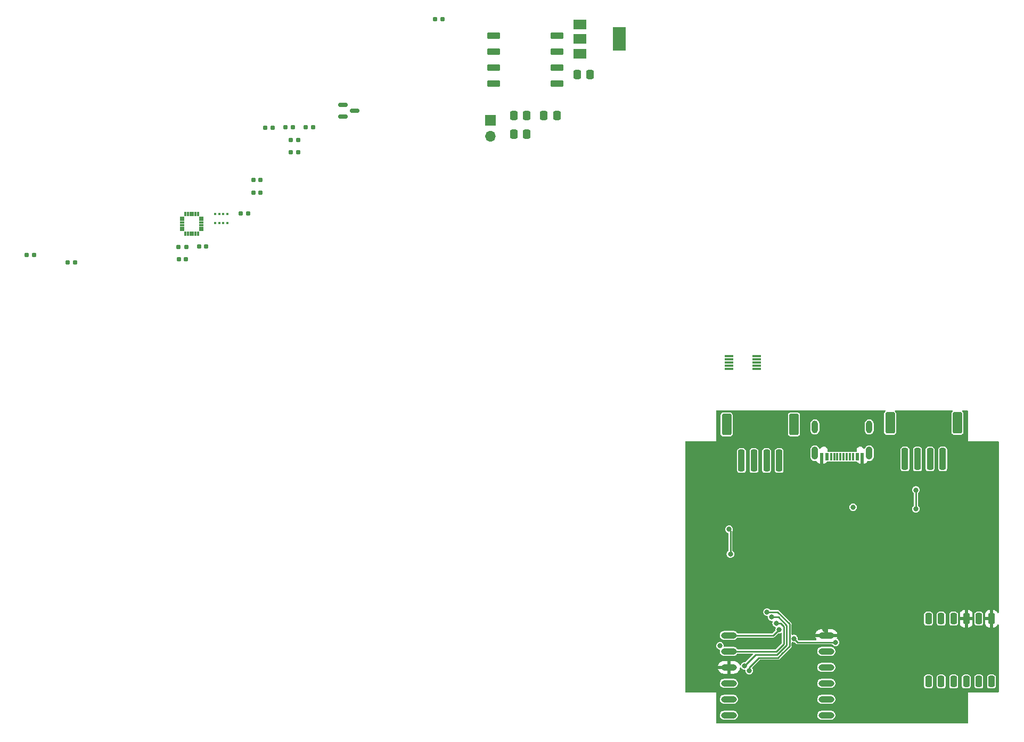
<source format=gbr>
%TF.GenerationSoftware,KiCad,Pcbnew,(6.0.1)*%
%TF.CreationDate,2022-02-28T23:17:01+05:30*%
%TF.ProjectId,ProIMU_V1,50726f49-4d55-45f5-9631-2e6b69636164,rev?*%
%TF.SameCoordinates,Original*%
%TF.FileFunction,Copper,L1,Top*%
%TF.FilePolarity,Positive*%
%FSLAX46Y46*%
G04 Gerber Fmt 4.6, Leading zero omitted, Abs format (unit mm)*
G04 Created by KiCad (PCBNEW (6.0.1)) date 2022-02-28 23:17:01*
%MOMM*%
%LPD*%
G01*
G04 APERTURE LIST*
G04 Aperture macros list*
%AMRoundRect*
0 Rectangle with rounded corners*
0 $1 Rounding radius*
0 $2 $3 $4 $5 $6 $7 $8 $9 X,Y pos of 4 corners*
0 Add a 4 corners polygon primitive as box body*
4,1,4,$2,$3,$4,$5,$6,$7,$8,$9,$2,$3,0*
0 Add four circle primitives for the rounded corners*
1,1,$1+$1,$2,$3*
1,1,$1+$1,$4,$5*
1,1,$1+$1,$6,$7*
1,1,$1+$1,$8,$9*
0 Add four rect primitives between the rounded corners*
20,1,$1+$1,$2,$3,$4,$5,0*
20,1,$1+$1,$4,$5,$6,$7,0*
20,1,$1+$1,$6,$7,$8,$9,0*
20,1,$1+$1,$8,$9,$2,$3,0*%
G04 Aperture macros list end*
%TA.AperFunction,SMDPad,CuDef*%
%ADD10RoundRect,0.155000X-0.212500X-0.155000X0.212500X-0.155000X0.212500X0.155000X-0.212500X0.155000X0*%
%TD*%
%TA.AperFunction,SMDPad,CuDef*%
%ADD11RoundRect,0.006600X-0.313400X-0.103400X0.313400X-0.103400X0.313400X0.103400X-0.313400X0.103400X0*%
%TD*%
%TA.AperFunction,SMDPad,CuDef*%
%ADD12RoundRect,0.006600X0.103400X-0.313400X0.103400X0.313400X-0.103400X0.313400X-0.103400X-0.313400X0*%
%TD*%
%TA.AperFunction,SMDPad,CuDef*%
%ADD13RoundRect,0.006600X0.313400X0.103400X-0.313400X0.103400X-0.313400X-0.103400X0.313400X-0.103400X0*%
%TD*%
%TA.AperFunction,SMDPad,CuDef*%
%ADD14RoundRect,0.006600X-0.103400X0.313400X-0.103400X-0.313400X0.103400X-0.313400X0.103400X0.313400X0*%
%TD*%
%TA.AperFunction,SMDPad,CuDef*%
%ADD15R,0.600000X1.150000*%
%TD*%
%TA.AperFunction,SMDPad,CuDef*%
%ADD16R,0.300000X1.150000*%
%TD*%
%TA.AperFunction,ComponentPad*%
%ADD17O,1.050000X2.100000*%
%TD*%
%TA.AperFunction,ComponentPad*%
%ADD18O,1.000000X2.000000*%
%TD*%
%TA.AperFunction,SMDPad,CuDef*%
%ADD19R,2.000000X1.500000*%
%TD*%
%TA.AperFunction,SMDPad,CuDef*%
%ADD20R,2.000000X3.800000*%
%TD*%
%TA.AperFunction,SMDPad,CuDef*%
%ADD21RoundRect,0.160000X-0.197500X-0.160000X0.197500X-0.160000X0.197500X0.160000X-0.197500X0.160000X0*%
%TD*%
%TA.AperFunction,SMDPad,CuDef*%
%ADD22RoundRect,0.250000X-0.337500X-0.475000X0.337500X-0.475000X0.337500X0.475000X-0.337500X0.475000X0*%
%TD*%
%TA.AperFunction,SMDPad,CuDef*%
%ADD23RoundRect,0.250000X0.250000X1.500000X-0.250000X1.500000X-0.250000X-1.500000X0.250000X-1.500000X0*%
%TD*%
%TA.AperFunction,SMDPad,CuDef*%
%ADD24RoundRect,0.250001X0.499999X1.449999X-0.499999X1.449999X-0.499999X-1.449999X0.499999X-1.449999X0*%
%TD*%
%TA.AperFunction,SMDPad,CuDef*%
%ADD25RoundRect,0.250000X-0.250000X0.650000X-0.250000X-0.650000X0.250000X-0.650000X0.250000X0.650000X0*%
%TD*%
%TA.AperFunction,SMDPad,CuDef*%
%ADD26O,2.500000X1.000000*%
%TD*%
%TA.AperFunction,SMDPad,CuDef*%
%ADD27RoundRect,0.130000X-0.920000X-0.370000X0.920000X-0.370000X0.920000X0.370000X-0.920000X0.370000X0*%
%TD*%
%TA.AperFunction,SMDPad,CuDef*%
%ADD28R,1.400000X0.300000*%
%TD*%
%TA.AperFunction,ComponentPad*%
%ADD29R,1.700000X1.700000*%
%TD*%
%TA.AperFunction,ComponentPad*%
%ADD30O,1.700000X1.700000*%
%TD*%
%TA.AperFunction,SMDPad,CuDef*%
%ADD31R,0.355600X0.355600*%
%TD*%
%TA.AperFunction,SMDPad,CuDef*%
%ADD32RoundRect,0.150000X-0.587500X-0.150000X0.587500X-0.150000X0.587500X0.150000X-0.587500X0.150000X0*%
%TD*%
%TA.AperFunction,ViaPad*%
%ADD33C,0.800000*%
%TD*%
%TA.AperFunction,Conductor*%
%ADD34C,0.250000*%
%TD*%
G04 APERTURE END LIST*
D10*
%TO.P,C10,1*%
%TO.N,+3V3*%
X52912500Y-48780000D03*
%TO.P,C10,2*%
%TO.N,GND*%
X54047500Y-48780000D03*
%TD*%
%TO.P,C6,1*%
%TO.N,GND*%
X63242500Y-35110000D03*
%TO.P,C6,2*%
%TO.N,+3V3*%
X64377500Y-35110000D03*
%TD*%
D11*
%TO.P,U6,1,RESV_1*%
%TO.N,+3V3*%
X43550000Y-49440000D03*
%TO.P,U6,2*%
%TO.N,N/C*%
X43550000Y-49840000D03*
%TO.P,U6,3*%
X43550000Y-50240000D03*
%TO.P,U6,4*%
X43550000Y-50640000D03*
%TO.P,U6,5*%
X43550000Y-51040000D03*
%TO.P,U6,6*%
X43550000Y-51440000D03*
D12*
%TO.P,U6,7,AUX_CL*%
%TO.N,unconnected-(U6-Pad7)*%
X44095000Y-51985000D03*
%TO.P,U6,8,VDDIO*%
%TO.N,+3V3*%
X44495000Y-51985000D03*
%TO.P,U6,9,AD0/SDO*%
%TO.N,/MCU/MPU9250_SPI1_MOSI*%
X44895000Y-51985000D03*
%TO.P,U6,10,REGOUT*%
%TO.N,Net-(C8-Pad1)*%
X45295000Y-51985000D03*
%TO.P,U6,11,FSYNC*%
%TO.N,unconnected-(U6-Pad11)*%
X45695000Y-51985000D03*
%TO.P,U6,12,INT*%
%TO.N,/MCU/MPU9250_INT_EXTI4*%
X46095000Y-51985000D03*
D13*
%TO.P,U6,13,VDD*%
%TO.N,+5V*%
X46640000Y-51440000D03*
%TO.P,U6,14*%
%TO.N,N/C*%
X46640000Y-51040000D03*
%TO.P,U6,15*%
X46640000Y-50640000D03*
%TO.P,U6,16*%
X46640000Y-50240000D03*
%TO.P,U6,17*%
X46640000Y-49840000D03*
%TO.P,U6,18,GND*%
%TO.N,GND*%
X46640000Y-49440000D03*
D14*
%TO.P,U6,19,RESV_19*%
%TO.N,unconnected-(U6-Pad19)*%
X46095000Y-48895000D03*
%TO.P,U6,20,RESV_20*%
%TO.N,GND*%
X45695000Y-48895000D03*
%TO.P,U6,21,AUX_DA*%
%TO.N,unconnected-(U6-Pad21)*%
X45295000Y-48895000D03*
%TO.P,U6,22,~{CS}*%
%TO.N,/MCU/MPU9250_SPI1_nCSS*%
X44895000Y-48895000D03*
%TO.P,U6,23,SCL/SCLK*%
%TO.N,/MCU/MPU9250_SPI1_SCK*%
X44495000Y-48895000D03*
%TO.P,U6,24,SDA/SDI*%
%TO.N,/MCU/MPU9250_SPI1_MISO*%
X44095000Y-48895000D03*
%TD*%
D15*
%TO.P,USB1,A1_B12,GND*%
%TO.N,GND*%
X151700000Y-87505000D03*
%TO.P,USB1,A4_B9,VBUS*%
%TO.N,VDD*%
X150900000Y-87505000D03*
D16*
%TO.P,USB1,A5,CC1*%
%TO.N,unconnected-(USB1-PadA5)*%
X149750000Y-87505000D03*
%TO.P,USB1,A6,DP1*%
%TO.N,Net-(R12-Pad1)*%
X148750000Y-87505000D03*
%TO.P,USB1,A7,DN1*%
%TO.N,Net-(R13-Pad2)*%
X148250000Y-87505000D03*
%TO.P,USB1,A8,SBU1*%
%TO.N,unconnected-(USB1-PadA8)*%
X147250000Y-87505000D03*
D15*
%TO.P,USB1,B1_A12,GND*%
%TO.N,GND*%
X145300000Y-87505000D03*
%TO.P,USB1,B4_A9,VBUS*%
%TO.N,VDD*%
X146100000Y-87505000D03*
D16*
%TO.P,USB1,B5,CC2*%
%TO.N,unconnected-(USB1-PadB5)*%
X146750000Y-87505000D03*
%TO.P,USB1,B6,DP2*%
%TO.N,Net-(R12-Pad1)*%
X147750000Y-87505000D03*
%TO.P,USB1,B7,DN2*%
%TO.N,Net-(R13-Pad2)*%
X149250000Y-87505000D03*
%TO.P,USB1,B8,SBU2*%
%TO.N,unconnected-(USB1-PadB8)*%
X150250000Y-87505000D03*
D17*
%TO.P,USB1,S1,SHELL_GND*%
%TO.N,unconnected-(USB1-PadS1)*%
X152820000Y-86930000D03*
D18*
%TO.P,USB1,S2,SHELL_GND*%
%TO.N,unconnected-(USB1-PadS2)*%
X152820000Y-82750000D03*
%TO.P,USB1,S3,SHELL_GND*%
%TO.N,unconnected-(USB1-PadS3)*%
X144180000Y-82750000D03*
D17*
%TO.P,USB1,S4,SHELL_GND*%
%TO.N,unconnected-(USB1-PadS4)*%
X144180000Y-86930000D03*
%TD*%
D19*
%TO.P,U7,1,VI*%
%TO.N,+5V*%
X106800000Y-18750000D03*
D20*
%TO.P,U7,2,GND*%
%TO.N,GND*%
X113100000Y-21050000D03*
D19*
X106800000Y-21050000D03*
%TO.P,U7,3,VO*%
%TO.N,+3V3*%
X106800000Y-23350000D03*
%TD*%
D10*
%TO.P,C2,1*%
%TO.N,GND*%
X43032500Y-56060000D03*
%TO.P,C2,2*%
%TO.N,VDD*%
X44167500Y-56060000D03*
%TD*%
%TO.P,C21,1*%
%TO.N,GND2*%
X60862500Y-39050000D03*
%TO.P,C21,2*%
%TO.N,Net-(C21-Pad2)*%
X61997500Y-39050000D03*
%TD*%
D21*
%TO.P,R6,1*%
%TO.N,/MCU/BMP280_I2C1_SCL*%
X43022500Y-54080000D03*
%TO.P,R6,2*%
%TO.N,+3V3*%
X44217500Y-54080000D03*
%TD*%
%TO.P,R5,1*%
%TO.N,/MCU/BMP280_I2C1_SDA*%
X56772500Y-35120000D03*
%TO.P,R5,2*%
%TO.N,+3V3*%
X57967500Y-35120000D03*
%TD*%
D22*
%TO.P,C15,1*%
%TO.N,+3V3*%
X96292500Y-33180000D03*
%TO.P,C15,2*%
%TO.N,GND*%
X98367500Y-33180000D03*
%TD*%
D23*
%TO.P,CAN1,1,Pin_1*%
%TO.N,VDD*%
X164500000Y-87850000D03*
%TO.P,CAN1,2,Pin_2*%
%TO.N,Net-(CAN1-Pad2)*%
X162500000Y-87850000D03*
%TO.P,CAN1,3,Pin_3*%
%TO.N,Net-(CAN1-Pad3)*%
X160500000Y-87850000D03*
%TO.P,CAN1,4,Pin_4*%
%TO.N,GND1*%
X158500000Y-87850000D03*
D24*
%TO.P,CAN1,MP*%
%TO.N,N/C*%
X156150000Y-82100000D03*
X166850000Y-82100000D03*
%TD*%
D21*
%TO.P,R12,1*%
%TO.N,Net-(R12-Pad1)*%
X18852500Y-55350000D03*
%TO.P,R12,2*%
%TO.N,/MCU/USB+*%
X20047500Y-55350000D03*
%TD*%
D10*
%TO.P,C9,1*%
%TO.N,+5V*%
X83832500Y-17910000D03*
%TO.P,C9,2*%
%TO.N,GND*%
X84967500Y-17910000D03*
%TD*%
D25*
%TO.P,U4,1,GND*%
%TO.N,GND*%
X172250000Y-113250000D03*
%TO.P,U4,2,ANT*%
%TO.N,/ANT*%
X170250000Y-113250000D03*
%TO.P,U4,3,GND*%
%TO.N,GND*%
X168250000Y-113250000D03*
%TO.P,U4,4,VCC*%
%TO.N,+3V3*%
X166250000Y-113250000D03*
%TO.P,U4,5,TX0*%
%TO.N,/MCU/WIFI_UART2_RX*%
X164250000Y-113250000D03*
%TO.P,U4,6,RX0*%
%TO.N,/MCU/WIFI_UART2_TX*%
X162250000Y-113250000D03*
%TO.P,U4,7,PB8*%
%TO.N,unconnected-(U4-Pad7)*%
X162250000Y-123250000D03*
%TO.P,U4,8,CTS*%
%TO.N,unconnected-(U4-Pad8)*%
X164250000Y-123250000D03*
%TO.P,U4,9,RTS*%
%TO.N,unconnected-(U4-Pad9)*%
X166250000Y-123250000D03*
%TO.P,U4,10,RX1*%
%TO.N,unconnected-(U4-Pad10)*%
X168250000Y-123250000D03*
%TO.P,U4,11,TX1*%
%TO.N,unconnected-(U4-Pad11)*%
X170250000Y-123250000D03*
%TO.P,U4,12,RES*%
%TO.N,/MCU/WIFI_RESET*%
X172250000Y-123250000D03*
%TD*%
D10*
%TO.P,C11,1*%
%TO.N,+3V3*%
X60862500Y-37080000D03*
%TO.P,C11,2*%
%TO.N,GND*%
X61997500Y-37080000D03*
%TD*%
D26*
%TO.P,U9,1,RXD1*%
%TO.N,/MCU/GPS_UART6_TX*%
X130500000Y-115900000D03*
%TO.P,U9,2,TXD1*%
%TO.N,/MCU/GPS_UART6_RX*%
X130500000Y-118440000D03*
%TO.P,U9,3,GND*%
%TO.N,GND*%
X130500000Y-120980000D03*
%TO.P,U9,4,VCC*%
%TO.N,+3V3*%
X130500000Y-123520000D03*
%TO.P,U9,5,V_BCKP*%
X130500000Y-126060000D03*
%TO.P,U9,6,1PPS*%
%TO.N,unconnected-(U9-Pad6)*%
X130500000Y-128600000D03*
%TO.P,U9,7,TIMER*%
%TO.N,unconnected-(U9-Pad7)*%
X146000000Y-128600000D03*
%TO.P,U9,8,AADET_N*%
%TO.N,unconnected-(U9-Pad8)*%
X146000000Y-126060000D03*
%TO.P,U9,9*%
%TO.N,N/C*%
X146000000Y-123520000D03*
%TO.P,U9,10,RESET*%
%TO.N,/MCU/GPS_RESET*%
X146000000Y-120980000D03*
%TO.P,U9,11,EX_ANT*%
%TO.N,unconnected-(U9-Pad11)*%
X146000000Y-118440000D03*
%TO.P,U9,12,GND*%
%TO.N,GND*%
X146000000Y-115900000D03*
%TD*%
D10*
%TO.P,C22,1*%
%TO.N,GND2*%
X54912500Y-43480000D03*
%TO.P,C22,2*%
%TO.N,Net-(C22-Pad2)*%
X56047500Y-43480000D03*
%TD*%
%TO.P,C7,1*%
%TO.N,+5V*%
X60032500Y-35110000D03*
%TO.P,C7,2*%
%TO.N,GND*%
X61167500Y-35110000D03*
%TD*%
D23*
%TO.P,RS232,1,Pin_1*%
%TO.N,Net-(C21-Pad2)*%
X138500000Y-88100000D03*
%TO.P,RS232,2,Pin_2*%
%TO.N,GND2*%
X136500000Y-88100000D03*
%TO.P,RS232,3,Pin_3*%
%TO.N,Net-(RS232-Pad3)*%
X134500000Y-88100000D03*
%TO.P,RS232,4,Pin_4*%
%TO.N,Net-(RS232-Pad4)*%
X132500000Y-88100000D03*
D24*
%TO.P,RS232,MP*%
%TO.N,N/C*%
X130150000Y-82350000D03*
X140850000Y-82350000D03*
%TD*%
D21*
%TO.P,R13,1*%
%TO.N,/MCU/USB-*%
X25352500Y-56550000D03*
%TO.P,R13,2*%
%TO.N,Net-(R13-Pad2)*%
X26547500Y-56550000D03*
%TD*%
D22*
%TO.P,C13,1*%
%TO.N,+5V*%
X106392500Y-26680000D03*
%TO.P,C13,2*%
%TO.N,GND*%
X108467500Y-26680000D03*
%TD*%
D10*
%TO.P,C4,1*%
%TO.N,Net-(C4-Pad1)*%
X54912500Y-45450000D03*
%TO.P,C4,2*%
%TO.N,Net-(C4-Pad2)*%
X56047500Y-45450000D03*
%TD*%
D27*
%TO.P,PS1,1,GND*%
%TO.N,GND1*%
X93100000Y-20490000D03*
%TO.P,PS1,2,VIN*%
%TO.N,VDD*%
X93100000Y-23030000D03*
%TO.P,PS1,3*%
%TO.N,N/C*%
X93100000Y-25570000D03*
%TO.P,PS1,4,0V*%
%TO.N,GND*%
X93100000Y-28110000D03*
%TO.P,PS1,5,+VO*%
%TO.N,+5V*%
X103200000Y-28110000D03*
%TO.P,PS1,6*%
%TO.N,N/C*%
X103200000Y-25570000D03*
%TO.P,PS1,7*%
X103200000Y-23030000D03*
%TO.P,PS1,8*%
X103200000Y-20490000D03*
%TD*%
D28*
%TO.P,U1,1,GND*%
%TO.N,GND2*%
X130550000Y-71500000D03*
%TO.P,U1,2,C1-*%
%TO.N,Net-(C4-Pad1)*%
X130550000Y-72000000D03*
%TO.P,U1,3,VS-*%
%TO.N,Net-(C22-Pad2)*%
X130550000Y-72500000D03*
%TO.P,U1,4,T1IN*%
%TO.N,/MCU/RS232_UART3_TX*%
X130550000Y-73000000D03*
%TO.P,U1,5,R1OUT*%
%TO.N,Net-(RS232-Pad4)*%
X130550000Y-73500000D03*
%TO.P,U1,6,R1IN*%
%TO.N,/MCU/RS232_UART3_RX*%
X134950000Y-73500000D03*
%TO.P,U1,7,T1OUT*%
%TO.N,Net-(RS232-Pad3)*%
X134950000Y-73000000D03*
%TO.P,U1,8,SD*%
%TO.N,unconnected-(U1-Pad8)*%
X134950000Y-72500000D03*
%TO.P,U1,9,C1+*%
%TO.N,Net-(C4-Pad2)*%
X134950000Y-72000000D03*
%TO.P,U1,10,VCC*%
%TO.N,Net-(C21-Pad2)*%
X134950000Y-71500000D03*
%TD*%
D29*
%TO.P,BAT1,1,Pin_1*%
%TO.N,unconnected-(BAT1-Pad1)*%
X92600000Y-34000000D03*
D30*
%TO.P,BAT1,2,Pin_2*%
%TO.N,unconnected-(BAT1-Pad2)*%
X92600000Y-36540000D03*
%TD*%
D22*
%TO.P,C12,1*%
%TO.N,VDD*%
X96292500Y-36190000D03*
%TO.P,C12,2*%
%TO.N,GND1*%
X98367500Y-36190000D03*
%TD*%
D31*
%TO.P,U5,1,GND*%
%TO.N,GND*%
X48837200Y-48903100D03*
%TO.P,U5,2,CSB*%
%TO.N,+3V3*%
X49484399Y-48905899D03*
%TO.P,U5,3,SDI*%
%TO.N,/MCU/BMP280_I2C1_SDA*%
X50134401Y-48905899D03*
%TO.P,U5,4,SCK*%
%TO.N,/MCU/BMP280_I2C1_SCL*%
X50781600Y-48903100D03*
%TO.P,U5,5,SDO*%
%TO.N,GND*%
X50781600Y-50353100D03*
%TO.P,U5,6,VDDIO*%
%TO.N,+3V3*%
X50134401Y-50350301D03*
%TO.P,U5,7,GND*%
%TO.N,GND*%
X49484399Y-50350301D03*
%TO.P,U5,8,VDD*%
%TO.N,+5V*%
X48837200Y-50353100D03*
%TD*%
D22*
%TO.P,C14,1*%
%TO.N,+5V*%
X101102500Y-33180000D03*
%TO.P,C14,2*%
%TO.N,GND*%
X103177500Y-33180000D03*
%TD*%
D32*
%TO.P,D1,1,K*%
%TO.N,/MCU/USB-*%
X69152500Y-31500000D03*
%TO.P,D1,2,K*%
%TO.N,/MCU/USB+*%
X69152500Y-33400000D03*
%TO.P,D1,3,A*%
%TO.N,GND*%
X71027500Y-32450000D03*
%TD*%
D10*
%TO.P,C8,1*%
%TO.N,Net-(C8-Pad1)*%
X46282500Y-54070000D03*
%TO.P,C8,2*%
%TO.N,GND*%
X47417500Y-54070000D03*
%TD*%
D33*
%TO.N,+3V3*%
X129104841Y-117549679D03*
X150250000Y-95500000D03*
%TO.N,/MCU/SDCARD_DET_SWT*%
X147474500Y-117000000D03*
X140873540Y-116400000D03*
%TO.N,GND*%
X144934753Y-112522345D03*
X141000000Y-101317500D03*
X145750000Y-115000000D03*
X152567500Y-112500000D03*
X164250000Y-98000000D03*
X129000000Y-119750000D03*
X153250000Y-97750000D03*
X154500000Y-99000000D03*
X157750000Y-95750000D03*
%TO.N,/MCU/SDCARD_SDIO_D0*%
X137301000Y-113000000D03*
X133000000Y-120750000D03*
%TO.N,/MCU/SDCARD_SDIO_D1*%
X136576500Y-112194509D03*
X133750000Y-121500000D03*
%TO.N,/MCU/DEBUG_UART1_RX*%
X130750000Y-102974500D03*
X130540000Y-99025000D03*
%TO.N,/MCU/CAN1_TX*%
X160230000Y-95775000D03*
X160250000Y-92775500D03*
%TO.N,/MCU/GPS_UART6_TX*%
X138500451Y-114974951D03*
%TO.N,/MCU/GPS_UART6_RX*%
X138025500Y-114000000D03*
%TO.N,/MCU/GPS_RESET*%
X146000000Y-120980000D03*
%TD*%
D34*
%TO.N,/MCU/SDCARD_DET_SWT*%
X141473540Y-117000000D02*
X140873540Y-116400000D01*
X147474500Y-117000000D02*
X141473540Y-117000000D01*
%TO.N,/MCU/SDCARD_SDIO_D0*%
X137301000Y-113000000D02*
X138410775Y-113000000D01*
X138135718Y-119000000D02*
X138000000Y-119000000D01*
X138410775Y-113000000D02*
X139699520Y-114288745D01*
X135000000Y-119000000D02*
X134750000Y-119000000D01*
X138000000Y-119000000D02*
X135000000Y-119000000D01*
X139699520Y-114288745D02*
X139699520Y-117436198D01*
X139699520Y-117436198D02*
X138135718Y-119000000D01*
X134750000Y-119000000D02*
X133000000Y-120750000D01*
%TO.N,/MCU/SDCARD_SDIO_D1*%
X134000000Y-120750000D02*
X133750000Y-121000000D01*
X136000000Y-119449520D02*
X135300480Y-119449520D01*
X138241001Y-112194509D02*
X140149040Y-114102548D01*
X135300480Y-119449520D02*
X134000000Y-120750000D01*
X140149040Y-117622396D02*
X139010718Y-118760718D01*
X140149040Y-114102548D02*
X140149040Y-117622396D01*
X133750000Y-121000000D02*
X133750000Y-121500000D01*
X138321915Y-119449520D02*
X136000000Y-119449520D01*
X136576500Y-112194509D02*
X138241001Y-112194509D01*
X139010718Y-118760718D02*
X138321915Y-119449520D01*
%TO.N,/MCU/DEBUG_UART1_RX*%
X130750000Y-102974500D02*
X130750000Y-99235000D01*
X130750000Y-99235000D02*
X130540000Y-99025000D01*
%TO.N,/MCU/CAN1_TX*%
X160250000Y-92775500D02*
X160250000Y-95755000D01*
X160250000Y-95755000D02*
X160230000Y-95775000D01*
%TO.N,/MCU/GPS_UART6_TX*%
X138500451Y-114974951D02*
X137575402Y-115900000D01*
X137575402Y-115900000D02*
X130500000Y-115900000D01*
%TO.N,/MCU/GPS_UART6_RX*%
X139250000Y-117250000D02*
X138060000Y-118440000D01*
X138025500Y-114000000D02*
X138775057Y-114000000D01*
X138060000Y-118440000D02*
X130500000Y-118440000D01*
X139250000Y-114474943D02*
X139250000Y-117250000D01*
X138775057Y-114000000D02*
X139250000Y-114474943D01*
%TD*%
%TA.AperFunction,Conductor*%
%TO.N,GND*%
G36*
X155355635Y-80095002D02*
G01*
X155402128Y-80148658D01*
X155412232Y-80218932D01*
X155382738Y-80283512D01*
X155362373Y-80302351D01*
X155327850Y-80327850D01*
X155247366Y-80436817D01*
X155244245Y-80445704D01*
X155244244Y-80445706D01*
X155227199Y-80494244D01*
X155202481Y-80564632D01*
X155201759Y-80572275D01*
X155201758Y-80572279D01*
X155201194Y-80578249D01*
X155199500Y-80596167D01*
X155199501Y-83603832D01*
X155202481Y-83635368D01*
X155205024Y-83642609D01*
X155205024Y-83642610D01*
X155234717Y-83727163D01*
X155247366Y-83763183D01*
X155327850Y-83872150D01*
X155436817Y-83952634D01*
X155445704Y-83955755D01*
X155445706Y-83955756D01*
X155544000Y-83990274D01*
X155564632Y-83997519D01*
X155572278Y-83998242D01*
X155572279Y-83998242D01*
X155578249Y-83998806D01*
X155596167Y-84000500D01*
X156149719Y-84000500D01*
X156703832Y-84000499D01*
X156706782Y-84000220D01*
X156706787Y-84000220D01*
X156717406Y-83999216D01*
X156735368Y-83997519D01*
X156742609Y-83994976D01*
X156742610Y-83994976D01*
X156854294Y-83955756D01*
X156854296Y-83955755D01*
X156863183Y-83952634D01*
X156972150Y-83872150D01*
X157052634Y-83763183D01*
X157065284Y-83727163D01*
X157094974Y-83642615D01*
X157097519Y-83635368D01*
X157100500Y-83603833D01*
X157100499Y-80596168D01*
X157097519Y-80564632D01*
X157094974Y-80557385D01*
X157055756Y-80445706D01*
X157055755Y-80445704D01*
X157052634Y-80436817D01*
X156972150Y-80327850D01*
X156937627Y-80302351D01*
X156894716Y-80245790D01*
X156889196Y-80175009D01*
X156922820Y-80112479D01*
X156984912Y-80078054D01*
X157012486Y-80075000D01*
X165987514Y-80075000D01*
X166055635Y-80095002D01*
X166102128Y-80148658D01*
X166112232Y-80218932D01*
X166082738Y-80283512D01*
X166062373Y-80302351D01*
X166027850Y-80327850D01*
X165947366Y-80436817D01*
X165944245Y-80445704D01*
X165944244Y-80445706D01*
X165927199Y-80494244D01*
X165902481Y-80564632D01*
X165901759Y-80572275D01*
X165901758Y-80572279D01*
X165901194Y-80578249D01*
X165899500Y-80596167D01*
X165899501Y-83603832D01*
X165902481Y-83635368D01*
X165905024Y-83642609D01*
X165905024Y-83642610D01*
X165934717Y-83727163D01*
X165947366Y-83763183D01*
X166027850Y-83872150D01*
X166136817Y-83952634D01*
X166145704Y-83955755D01*
X166145706Y-83955756D01*
X166244000Y-83990274D01*
X166264632Y-83997519D01*
X166272278Y-83998242D01*
X166272279Y-83998242D01*
X166278249Y-83998806D01*
X166296167Y-84000500D01*
X166849719Y-84000500D01*
X167403832Y-84000499D01*
X167406782Y-84000220D01*
X167406787Y-84000220D01*
X167417406Y-83999216D01*
X167435368Y-83997519D01*
X167442609Y-83994976D01*
X167442610Y-83994976D01*
X167554294Y-83955756D01*
X167554296Y-83955755D01*
X167563183Y-83952634D01*
X167672150Y-83872150D01*
X167752634Y-83763183D01*
X167765284Y-83727163D01*
X167794974Y-83642615D01*
X167797519Y-83635368D01*
X167800500Y-83603833D01*
X167800499Y-80596168D01*
X167797519Y-80564632D01*
X167794974Y-80557385D01*
X167755756Y-80445706D01*
X167755755Y-80445704D01*
X167752634Y-80436817D01*
X167672150Y-80327850D01*
X167637627Y-80302351D01*
X167594716Y-80245790D01*
X167589196Y-80175009D01*
X167622820Y-80112479D01*
X167684912Y-80078054D01*
X167712486Y-80075000D01*
X168374000Y-80075000D01*
X168442121Y-80095002D01*
X168488614Y-80148658D01*
X168500000Y-80201000D01*
X168500000Y-85000000D01*
X173299000Y-85000000D01*
X173367121Y-85020002D01*
X173413614Y-85073658D01*
X173425000Y-85126000D01*
X173425000Y-112211592D01*
X173404998Y-112279713D01*
X173351342Y-112326206D01*
X173281068Y-112336310D01*
X173216488Y-112306816D01*
X173192658Y-112275300D01*
X173191094Y-112276268D01*
X173101937Y-112132193D01*
X173092901Y-112120792D01*
X172978171Y-112006261D01*
X172966760Y-111997249D01*
X172828757Y-111912184D01*
X172815576Y-111906037D01*
X172661290Y-111854862D01*
X172647914Y-111851995D01*
X172553562Y-111842328D01*
X172547145Y-111842000D01*
X172522115Y-111842000D01*
X172506876Y-111846475D01*
X172505671Y-111847865D01*
X172504000Y-111855548D01*
X172504000Y-114639884D01*
X172508475Y-114655123D01*
X172509865Y-114656328D01*
X172517548Y-114657999D01*
X172547095Y-114657999D01*
X172553614Y-114657662D01*
X172649206Y-114647743D01*
X172662600Y-114644851D01*
X172816784Y-114593412D01*
X172829962Y-114587239D01*
X172967807Y-114501937D01*
X172979208Y-114492901D01*
X173093739Y-114378171D01*
X173102751Y-114366760D01*
X173191658Y-114222525D01*
X173194464Y-114224255D01*
X173231687Y-114181952D01*
X173299958Y-114162469D01*
X173367925Y-114182988D01*
X173414008Y-114236996D01*
X173425000Y-114288465D01*
X173425000Y-124874000D01*
X173404998Y-124942121D01*
X173351342Y-124988614D01*
X173299000Y-125000000D01*
X168500000Y-125000000D01*
X168500000Y-129799000D01*
X168479998Y-129867121D01*
X168426342Y-129913614D01*
X168374000Y-129925000D01*
X128626000Y-129925000D01*
X128557879Y-129904998D01*
X128511386Y-129851342D01*
X128500000Y-129799000D01*
X128500000Y-128681105D01*
X129049031Y-128681105D01*
X129088612Y-128845968D01*
X129166375Y-128996631D01*
X129171367Y-129002353D01*
X129171368Y-129002355D01*
X129233808Y-129073931D01*
X129277831Y-129124396D01*
X129284045Y-129128763D01*
X129410330Y-129217518D01*
X129410332Y-129217519D01*
X129416547Y-129221887D01*
X129574513Y-129283476D01*
X129582046Y-129284468D01*
X129582047Y-129284468D01*
X129699739Y-129299962D01*
X129703826Y-129300500D01*
X131292516Y-129300500D01*
X131418320Y-129285276D01*
X131576923Y-129225345D01*
X131716651Y-129129312D01*
X131726132Y-129118671D01*
X131824388Y-129008392D01*
X131824390Y-129008388D01*
X131829440Y-129002721D01*
X131836238Y-128989883D01*
X131905224Y-128859589D01*
X131908776Y-128852881D01*
X131950081Y-128688441D01*
X131950119Y-128681105D01*
X144549031Y-128681105D01*
X144588612Y-128845968D01*
X144666375Y-128996631D01*
X144671367Y-129002353D01*
X144671368Y-129002355D01*
X144733808Y-129073931D01*
X144777831Y-129124396D01*
X144784045Y-129128763D01*
X144910330Y-129217518D01*
X144910332Y-129217519D01*
X144916547Y-129221887D01*
X145074513Y-129283476D01*
X145082046Y-129284468D01*
X145082047Y-129284468D01*
X145199739Y-129299962D01*
X145203826Y-129300500D01*
X146792516Y-129300500D01*
X146918320Y-129285276D01*
X147076923Y-129225345D01*
X147216651Y-129129312D01*
X147226132Y-129118671D01*
X147324388Y-129008392D01*
X147324390Y-129008388D01*
X147329440Y-129002721D01*
X147336238Y-128989883D01*
X147405224Y-128859589D01*
X147408776Y-128852881D01*
X147450081Y-128688441D01*
X147450969Y-128518895D01*
X147411388Y-128354032D01*
X147333625Y-128203369D01*
X147328313Y-128197279D01*
X147227163Y-128081329D01*
X147222169Y-128075604D01*
X147163649Y-128034475D01*
X147089670Y-127982482D01*
X147089668Y-127982481D01*
X147083453Y-127978113D01*
X146925487Y-127916524D01*
X146917954Y-127915532D01*
X146917953Y-127915532D01*
X146800261Y-127900038D01*
X146800260Y-127900038D01*
X146796174Y-127899500D01*
X145207484Y-127899500D01*
X145081680Y-127914724D01*
X144923077Y-127974655D01*
X144783349Y-128070688D01*
X144778297Y-128076358D01*
X144778296Y-128076359D01*
X144675612Y-128191608D01*
X144675610Y-128191612D01*
X144670560Y-128197279D01*
X144667008Y-128203988D01*
X144667007Y-128203989D01*
X144634746Y-128264920D01*
X144591224Y-128347119D01*
X144549919Y-128511559D01*
X144549031Y-128681105D01*
X131950119Y-128681105D01*
X131950969Y-128518895D01*
X131911388Y-128354032D01*
X131833625Y-128203369D01*
X131828313Y-128197279D01*
X131727163Y-128081329D01*
X131722169Y-128075604D01*
X131663649Y-128034475D01*
X131589670Y-127982482D01*
X131589668Y-127982481D01*
X131583453Y-127978113D01*
X131425487Y-127916524D01*
X131417954Y-127915532D01*
X131417953Y-127915532D01*
X131300261Y-127900038D01*
X131300260Y-127900038D01*
X131296174Y-127899500D01*
X129707484Y-127899500D01*
X129581680Y-127914724D01*
X129423077Y-127974655D01*
X129283349Y-128070688D01*
X129278297Y-128076358D01*
X129278296Y-128076359D01*
X129175612Y-128191608D01*
X129175610Y-128191612D01*
X129170560Y-128197279D01*
X129167008Y-128203988D01*
X129167007Y-128203989D01*
X129134746Y-128264920D01*
X129091224Y-128347119D01*
X129049919Y-128511559D01*
X129049031Y-128681105D01*
X128500000Y-128681105D01*
X128500000Y-126141105D01*
X129049031Y-126141105D01*
X129088612Y-126305968D01*
X129166375Y-126456631D01*
X129171367Y-126462353D01*
X129171368Y-126462355D01*
X129233808Y-126533931D01*
X129277831Y-126584396D01*
X129284045Y-126588763D01*
X129410330Y-126677518D01*
X129410332Y-126677519D01*
X129416547Y-126681887D01*
X129574513Y-126743476D01*
X129582046Y-126744468D01*
X129582047Y-126744468D01*
X129699739Y-126759962D01*
X129703826Y-126760500D01*
X131292516Y-126760500D01*
X131418320Y-126745276D01*
X131576923Y-126685345D01*
X131716651Y-126589312D01*
X131726132Y-126578671D01*
X131824388Y-126468392D01*
X131824390Y-126468388D01*
X131829440Y-126462721D01*
X131836238Y-126449883D01*
X131905224Y-126319589D01*
X131908776Y-126312881D01*
X131950081Y-126148441D01*
X131950119Y-126141105D01*
X144549031Y-126141105D01*
X144588612Y-126305968D01*
X144666375Y-126456631D01*
X144671367Y-126462353D01*
X144671368Y-126462355D01*
X144733808Y-126533931D01*
X144777831Y-126584396D01*
X144784045Y-126588763D01*
X144910330Y-126677518D01*
X144910332Y-126677519D01*
X144916547Y-126681887D01*
X145074513Y-126743476D01*
X145082046Y-126744468D01*
X145082047Y-126744468D01*
X145199739Y-126759962D01*
X145203826Y-126760500D01*
X146792516Y-126760500D01*
X146918320Y-126745276D01*
X147076923Y-126685345D01*
X147216651Y-126589312D01*
X147226132Y-126578671D01*
X147324388Y-126468392D01*
X147324390Y-126468388D01*
X147329440Y-126462721D01*
X147336238Y-126449883D01*
X147405224Y-126319589D01*
X147408776Y-126312881D01*
X147450081Y-126148441D01*
X147450969Y-125978895D01*
X147411388Y-125814032D01*
X147333625Y-125663369D01*
X147328313Y-125657279D01*
X147227163Y-125541329D01*
X147222169Y-125535604D01*
X147163649Y-125494475D01*
X147089670Y-125442482D01*
X147089668Y-125442481D01*
X147083453Y-125438113D01*
X146925487Y-125376524D01*
X146917954Y-125375532D01*
X146917953Y-125375532D01*
X146800261Y-125360038D01*
X146800260Y-125360038D01*
X146796174Y-125359500D01*
X145207484Y-125359500D01*
X145081680Y-125374724D01*
X144923077Y-125434655D01*
X144783349Y-125530688D01*
X144778297Y-125536358D01*
X144778296Y-125536359D01*
X144675612Y-125651608D01*
X144675610Y-125651612D01*
X144670560Y-125657279D01*
X144667008Y-125663988D01*
X144667007Y-125663989D01*
X144634746Y-125724920D01*
X144591224Y-125807119D01*
X144549919Y-125971559D01*
X144549031Y-126141105D01*
X131950119Y-126141105D01*
X131950969Y-125978895D01*
X131911388Y-125814032D01*
X131833625Y-125663369D01*
X131828313Y-125657279D01*
X131727163Y-125541329D01*
X131722169Y-125535604D01*
X131663649Y-125494475D01*
X131589670Y-125442482D01*
X131589668Y-125442481D01*
X131583453Y-125438113D01*
X131425487Y-125376524D01*
X131417954Y-125375532D01*
X131417953Y-125375532D01*
X131300261Y-125360038D01*
X131300260Y-125360038D01*
X131296174Y-125359500D01*
X129707484Y-125359500D01*
X129581680Y-125374724D01*
X129423077Y-125434655D01*
X129283349Y-125530688D01*
X129278297Y-125536358D01*
X129278296Y-125536359D01*
X129175612Y-125651608D01*
X129175610Y-125651612D01*
X129170560Y-125657279D01*
X129167008Y-125663988D01*
X129167007Y-125663989D01*
X129134746Y-125724920D01*
X129091224Y-125807119D01*
X129049919Y-125971559D01*
X129049031Y-126141105D01*
X128500000Y-126141105D01*
X128500000Y-125000000D01*
X123701000Y-125000000D01*
X123632879Y-124979998D01*
X123586386Y-124926342D01*
X123575000Y-124874000D01*
X123575000Y-123601105D01*
X129049031Y-123601105D01*
X129088612Y-123765968D01*
X129166375Y-123916631D01*
X129171367Y-123922353D01*
X129171368Y-123922355D01*
X129196244Y-123950871D01*
X129277831Y-124044396D01*
X129284045Y-124048763D01*
X129410330Y-124137518D01*
X129410332Y-124137519D01*
X129416547Y-124141887D01*
X129574513Y-124203476D01*
X129582046Y-124204468D01*
X129582047Y-124204468D01*
X129699739Y-124219962D01*
X129703826Y-124220500D01*
X131292516Y-124220500D01*
X131418320Y-124205276D01*
X131576923Y-124145345D01*
X131716651Y-124049312D01*
X131767166Y-123992616D01*
X131824388Y-123928392D01*
X131824390Y-123928388D01*
X131829440Y-123922721D01*
X131836238Y-123909883D01*
X131905224Y-123779589D01*
X131908776Y-123772881D01*
X131950081Y-123608441D01*
X131950119Y-123601105D01*
X144549031Y-123601105D01*
X144588612Y-123765968D01*
X144666375Y-123916631D01*
X144671367Y-123922353D01*
X144671368Y-123922355D01*
X144696244Y-123950871D01*
X144777831Y-124044396D01*
X144784045Y-124048763D01*
X144910330Y-124137518D01*
X144910332Y-124137519D01*
X144916547Y-124141887D01*
X145074513Y-124203476D01*
X145082046Y-124204468D01*
X145082047Y-124204468D01*
X145199739Y-124219962D01*
X145203826Y-124220500D01*
X146792516Y-124220500D01*
X146918320Y-124205276D01*
X147076923Y-124145345D01*
X147216651Y-124049312D01*
X147267166Y-123992616D01*
X147301720Y-123953834D01*
X161549500Y-123953834D01*
X161552481Y-123985369D01*
X161597366Y-124113184D01*
X161602958Y-124120754D01*
X161602959Y-124120757D01*
X161663404Y-124202592D01*
X161677850Y-124222150D01*
X161685421Y-124227742D01*
X161779243Y-124297041D01*
X161779246Y-124297042D01*
X161786816Y-124302634D01*
X161914631Y-124347519D01*
X161922277Y-124348242D01*
X161922278Y-124348242D01*
X161928248Y-124348806D01*
X161946166Y-124350500D01*
X162553834Y-124350500D01*
X162571752Y-124348806D01*
X162577722Y-124348242D01*
X162577723Y-124348242D01*
X162585369Y-124347519D01*
X162713184Y-124302634D01*
X162720754Y-124297042D01*
X162720757Y-124297041D01*
X162814579Y-124227742D01*
X162822150Y-124222150D01*
X162836596Y-124202592D01*
X162897041Y-124120757D01*
X162897042Y-124120754D01*
X162902634Y-124113184D01*
X162947519Y-123985369D01*
X162950500Y-123953834D01*
X163549500Y-123953834D01*
X163552481Y-123985369D01*
X163597366Y-124113184D01*
X163602958Y-124120754D01*
X163602959Y-124120757D01*
X163663404Y-124202592D01*
X163677850Y-124222150D01*
X163685421Y-124227742D01*
X163779243Y-124297041D01*
X163779246Y-124297042D01*
X163786816Y-124302634D01*
X163914631Y-124347519D01*
X163922277Y-124348242D01*
X163922278Y-124348242D01*
X163928248Y-124348806D01*
X163946166Y-124350500D01*
X164553834Y-124350500D01*
X164571752Y-124348806D01*
X164577722Y-124348242D01*
X164577723Y-124348242D01*
X164585369Y-124347519D01*
X164713184Y-124302634D01*
X164720754Y-124297042D01*
X164720757Y-124297041D01*
X164814579Y-124227742D01*
X164822150Y-124222150D01*
X164836596Y-124202592D01*
X164897041Y-124120757D01*
X164897042Y-124120754D01*
X164902634Y-124113184D01*
X164947519Y-123985369D01*
X164950500Y-123953834D01*
X165549500Y-123953834D01*
X165552481Y-123985369D01*
X165597366Y-124113184D01*
X165602958Y-124120754D01*
X165602959Y-124120757D01*
X165663404Y-124202592D01*
X165677850Y-124222150D01*
X165685421Y-124227742D01*
X165779243Y-124297041D01*
X165779246Y-124297042D01*
X165786816Y-124302634D01*
X165914631Y-124347519D01*
X165922277Y-124348242D01*
X165922278Y-124348242D01*
X165928248Y-124348806D01*
X165946166Y-124350500D01*
X166553834Y-124350500D01*
X166571752Y-124348806D01*
X166577722Y-124348242D01*
X166577723Y-124348242D01*
X166585369Y-124347519D01*
X166713184Y-124302634D01*
X166720754Y-124297042D01*
X166720757Y-124297041D01*
X166814579Y-124227742D01*
X166822150Y-124222150D01*
X166836596Y-124202592D01*
X166897041Y-124120757D01*
X166897042Y-124120754D01*
X166902634Y-124113184D01*
X166947519Y-123985369D01*
X166950500Y-123953834D01*
X167549500Y-123953834D01*
X167552481Y-123985369D01*
X167597366Y-124113184D01*
X167602958Y-124120754D01*
X167602959Y-124120757D01*
X167663404Y-124202592D01*
X167677850Y-124222150D01*
X167685421Y-124227742D01*
X167779243Y-124297041D01*
X167779246Y-124297042D01*
X167786816Y-124302634D01*
X167914631Y-124347519D01*
X167922277Y-124348242D01*
X167922278Y-124348242D01*
X167928248Y-124348806D01*
X167946166Y-124350500D01*
X168553834Y-124350500D01*
X168571752Y-124348806D01*
X168577722Y-124348242D01*
X168577723Y-124348242D01*
X168585369Y-124347519D01*
X168713184Y-124302634D01*
X168720754Y-124297042D01*
X168720757Y-124297041D01*
X168814579Y-124227742D01*
X168822150Y-124222150D01*
X168836596Y-124202592D01*
X168897041Y-124120757D01*
X168897042Y-124120754D01*
X168902634Y-124113184D01*
X168947519Y-123985369D01*
X168950500Y-123953834D01*
X169549500Y-123953834D01*
X169552481Y-123985369D01*
X169597366Y-124113184D01*
X169602958Y-124120754D01*
X169602959Y-124120757D01*
X169663404Y-124202592D01*
X169677850Y-124222150D01*
X169685421Y-124227742D01*
X169779243Y-124297041D01*
X169779246Y-124297042D01*
X169786816Y-124302634D01*
X169914631Y-124347519D01*
X169922277Y-124348242D01*
X169922278Y-124348242D01*
X169928248Y-124348806D01*
X169946166Y-124350500D01*
X170553834Y-124350500D01*
X170571752Y-124348806D01*
X170577722Y-124348242D01*
X170577723Y-124348242D01*
X170585369Y-124347519D01*
X170713184Y-124302634D01*
X170720754Y-124297042D01*
X170720757Y-124297041D01*
X170814579Y-124227742D01*
X170822150Y-124222150D01*
X170836596Y-124202592D01*
X170897041Y-124120757D01*
X170897042Y-124120754D01*
X170902634Y-124113184D01*
X170947519Y-123985369D01*
X170950500Y-123953834D01*
X171549500Y-123953834D01*
X171552481Y-123985369D01*
X171597366Y-124113184D01*
X171602958Y-124120754D01*
X171602959Y-124120757D01*
X171663404Y-124202592D01*
X171677850Y-124222150D01*
X171685421Y-124227742D01*
X171779243Y-124297041D01*
X171779246Y-124297042D01*
X171786816Y-124302634D01*
X171914631Y-124347519D01*
X171922277Y-124348242D01*
X171922278Y-124348242D01*
X171928248Y-124348806D01*
X171946166Y-124350500D01*
X172553834Y-124350500D01*
X172571752Y-124348806D01*
X172577722Y-124348242D01*
X172577723Y-124348242D01*
X172585369Y-124347519D01*
X172713184Y-124302634D01*
X172720754Y-124297042D01*
X172720757Y-124297041D01*
X172814579Y-124227742D01*
X172822150Y-124222150D01*
X172836596Y-124202592D01*
X172897041Y-124120757D01*
X172897042Y-124120754D01*
X172902634Y-124113184D01*
X172947519Y-123985369D01*
X172950500Y-123953834D01*
X172950500Y-122546166D01*
X172947519Y-122514631D01*
X172902634Y-122386816D01*
X172897042Y-122379246D01*
X172897041Y-122379243D01*
X172827742Y-122285421D01*
X172822150Y-122277850D01*
X172805206Y-122265335D01*
X172720757Y-122202959D01*
X172720754Y-122202958D01*
X172713184Y-122197366D01*
X172585369Y-122152481D01*
X172577723Y-122151758D01*
X172577722Y-122151758D01*
X172571752Y-122151194D01*
X172553834Y-122149500D01*
X171946166Y-122149500D01*
X171928248Y-122151194D01*
X171922278Y-122151758D01*
X171922277Y-122151758D01*
X171914631Y-122152481D01*
X171786816Y-122197366D01*
X171779246Y-122202958D01*
X171779243Y-122202959D01*
X171694794Y-122265335D01*
X171677850Y-122277850D01*
X171672258Y-122285421D01*
X171602959Y-122379243D01*
X171602958Y-122379246D01*
X171597366Y-122386816D01*
X171552481Y-122514631D01*
X171549500Y-122546166D01*
X171549500Y-123953834D01*
X170950500Y-123953834D01*
X170950500Y-122546166D01*
X170947519Y-122514631D01*
X170902634Y-122386816D01*
X170897042Y-122379246D01*
X170897041Y-122379243D01*
X170827742Y-122285421D01*
X170822150Y-122277850D01*
X170805206Y-122265335D01*
X170720757Y-122202959D01*
X170720754Y-122202958D01*
X170713184Y-122197366D01*
X170585369Y-122152481D01*
X170577723Y-122151758D01*
X170577722Y-122151758D01*
X170571752Y-122151194D01*
X170553834Y-122149500D01*
X169946166Y-122149500D01*
X169928248Y-122151194D01*
X169922278Y-122151758D01*
X169922277Y-122151758D01*
X169914631Y-122152481D01*
X169786816Y-122197366D01*
X169779246Y-122202958D01*
X169779243Y-122202959D01*
X169694794Y-122265335D01*
X169677850Y-122277850D01*
X169672258Y-122285421D01*
X169602959Y-122379243D01*
X169602958Y-122379246D01*
X169597366Y-122386816D01*
X169552481Y-122514631D01*
X169549500Y-122546166D01*
X169549500Y-123953834D01*
X168950500Y-123953834D01*
X168950500Y-122546166D01*
X168947519Y-122514631D01*
X168902634Y-122386816D01*
X168897042Y-122379246D01*
X168897041Y-122379243D01*
X168827742Y-122285421D01*
X168822150Y-122277850D01*
X168805206Y-122265335D01*
X168720757Y-122202959D01*
X168720754Y-122202958D01*
X168713184Y-122197366D01*
X168585369Y-122152481D01*
X168577723Y-122151758D01*
X168577722Y-122151758D01*
X168571752Y-122151194D01*
X168553834Y-122149500D01*
X167946166Y-122149500D01*
X167928248Y-122151194D01*
X167922278Y-122151758D01*
X167922277Y-122151758D01*
X167914631Y-122152481D01*
X167786816Y-122197366D01*
X167779246Y-122202958D01*
X167779243Y-122202959D01*
X167694794Y-122265335D01*
X167677850Y-122277850D01*
X167672258Y-122285421D01*
X167602959Y-122379243D01*
X167602958Y-122379246D01*
X167597366Y-122386816D01*
X167552481Y-122514631D01*
X167549500Y-122546166D01*
X167549500Y-123953834D01*
X166950500Y-123953834D01*
X166950500Y-122546166D01*
X166947519Y-122514631D01*
X166902634Y-122386816D01*
X166897042Y-122379246D01*
X166897041Y-122379243D01*
X166827742Y-122285421D01*
X166822150Y-122277850D01*
X166805206Y-122265335D01*
X166720757Y-122202959D01*
X166720754Y-122202958D01*
X166713184Y-122197366D01*
X166585369Y-122152481D01*
X166577723Y-122151758D01*
X166577722Y-122151758D01*
X166571752Y-122151194D01*
X166553834Y-122149500D01*
X165946166Y-122149500D01*
X165928248Y-122151194D01*
X165922278Y-122151758D01*
X165922277Y-122151758D01*
X165914631Y-122152481D01*
X165786816Y-122197366D01*
X165779246Y-122202958D01*
X165779243Y-122202959D01*
X165694794Y-122265335D01*
X165677850Y-122277850D01*
X165672258Y-122285421D01*
X165602959Y-122379243D01*
X165602958Y-122379246D01*
X165597366Y-122386816D01*
X165552481Y-122514631D01*
X165549500Y-122546166D01*
X165549500Y-123953834D01*
X164950500Y-123953834D01*
X164950500Y-122546166D01*
X164947519Y-122514631D01*
X164902634Y-122386816D01*
X164897042Y-122379246D01*
X164897041Y-122379243D01*
X164827742Y-122285421D01*
X164822150Y-122277850D01*
X164805206Y-122265335D01*
X164720757Y-122202959D01*
X164720754Y-122202958D01*
X164713184Y-122197366D01*
X164585369Y-122152481D01*
X164577723Y-122151758D01*
X164577722Y-122151758D01*
X164571752Y-122151194D01*
X164553834Y-122149500D01*
X163946166Y-122149500D01*
X163928248Y-122151194D01*
X163922278Y-122151758D01*
X163922277Y-122151758D01*
X163914631Y-122152481D01*
X163786816Y-122197366D01*
X163779246Y-122202958D01*
X163779243Y-122202959D01*
X163694794Y-122265335D01*
X163677850Y-122277850D01*
X163672258Y-122285421D01*
X163602959Y-122379243D01*
X163602958Y-122379246D01*
X163597366Y-122386816D01*
X163552481Y-122514631D01*
X163549500Y-122546166D01*
X163549500Y-123953834D01*
X162950500Y-123953834D01*
X162950500Y-122546166D01*
X162947519Y-122514631D01*
X162902634Y-122386816D01*
X162897042Y-122379246D01*
X162897041Y-122379243D01*
X162827742Y-122285421D01*
X162822150Y-122277850D01*
X162805206Y-122265335D01*
X162720757Y-122202959D01*
X162720754Y-122202958D01*
X162713184Y-122197366D01*
X162585369Y-122152481D01*
X162577723Y-122151758D01*
X162577722Y-122151758D01*
X162571752Y-122151194D01*
X162553834Y-122149500D01*
X161946166Y-122149500D01*
X161928248Y-122151194D01*
X161922278Y-122151758D01*
X161922277Y-122151758D01*
X161914631Y-122152481D01*
X161786816Y-122197366D01*
X161779246Y-122202958D01*
X161779243Y-122202959D01*
X161694794Y-122265335D01*
X161677850Y-122277850D01*
X161672258Y-122285421D01*
X161602959Y-122379243D01*
X161602958Y-122379246D01*
X161597366Y-122386816D01*
X161552481Y-122514631D01*
X161549500Y-122546166D01*
X161549500Y-123953834D01*
X147301720Y-123953834D01*
X147324388Y-123928392D01*
X147324390Y-123928388D01*
X147329440Y-123922721D01*
X147336238Y-123909883D01*
X147405224Y-123779589D01*
X147408776Y-123772881D01*
X147450081Y-123608441D01*
X147450969Y-123438895D01*
X147411388Y-123274032D01*
X147333625Y-123123369D01*
X147328313Y-123117279D01*
X147227163Y-123001329D01*
X147222169Y-122995604D01*
X147163649Y-122954475D01*
X147089670Y-122902482D01*
X147089668Y-122902481D01*
X147083453Y-122898113D01*
X146925487Y-122836524D01*
X146917954Y-122835532D01*
X146917953Y-122835532D01*
X146800261Y-122820038D01*
X146800260Y-122820038D01*
X146796174Y-122819500D01*
X145207484Y-122819500D01*
X145081680Y-122834724D01*
X144923077Y-122894655D01*
X144783349Y-122990688D01*
X144778297Y-122996358D01*
X144778296Y-122996359D01*
X144675612Y-123111608D01*
X144675610Y-123111612D01*
X144670560Y-123117279D01*
X144667008Y-123123988D01*
X144667007Y-123123989D01*
X144634746Y-123184920D01*
X144591224Y-123267119D01*
X144549919Y-123431559D01*
X144549031Y-123601105D01*
X131950119Y-123601105D01*
X131950969Y-123438895D01*
X131911388Y-123274032D01*
X131833625Y-123123369D01*
X131828313Y-123117279D01*
X131727163Y-123001329D01*
X131722169Y-122995604D01*
X131663649Y-122954475D01*
X131589670Y-122902482D01*
X131589668Y-122902481D01*
X131583453Y-122898113D01*
X131425487Y-122836524D01*
X131417954Y-122835532D01*
X131417953Y-122835532D01*
X131300261Y-122820038D01*
X131300260Y-122820038D01*
X131296174Y-122819500D01*
X129707484Y-122819500D01*
X129581680Y-122834724D01*
X129423077Y-122894655D01*
X129283349Y-122990688D01*
X129278297Y-122996358D01*
X129278296Y-122996359D01*
X129175612Y-123111608D01*
X129175610Y-123111612D01*
X129170560Y-123117279D01*
X129167008Y-123123988D01*
X129167007Y-123123989D01*
X129134746Y-123184920D01*
X129091224Y-123267119D01*
X129049919Y-123431559D01*
X129049031Y-123601105D01*
X123575000Y-123601105D01*
X123575000Y-121245768D01*
X128777425Y-121245768D01*
X128809138Y-121353521D01*
X128813731Y-121364889D01*
X128899607Y-121529154D01*
X128906321Y-121539415D01*
X129022468Y-121683873D01*
X129031046Y-121692632D01*
X129173039Y-121811778D01*
X129183159Y-121818708D01*
X129345585Y-121908002D01*
X129356858Y-121912834D01*
X129533538Y-121968880D01*
X129545532Y-121971430D01*
X129689761Y-121987607D01*
X129696785Y-121988000D01*
X130227885Y-121988000D01*
X130243124Y-121983525D01*
X130244329Y-121982135D01*
X130246000Y-121974452D01*
X130246000Y-121252115D01*
X130241525Y-121236876D01*
X130240135Y-121235671D01*
X130232452Y-121234000D01*
X128792076Y-121234000D01*
X128778545Y-121237973D01*
X128777425Y-121245768D01*
X123575000Y-121245768D01*
X123575000Y-120722795D01*
X128778544Y-120722795D01*
X128785299Y-120726000D01*
X130227885Y-120726000D01*
X130243124Y-120721525D01*
X130244329Y-120720135D01*
X130246000Y-120712452D01*
X130246000Y-119990115D01*
X130241525Y-119974876D01*
X130240135Y-119973671D01*
X130232452Y-119972000D01*
X129703343Y-119972000D01*
X129697195Y-119972301D01*
X129559397Y-119985812D01*
X129547362Y-119988195D01*
X129369924Y-120041767D01*
X129358584Y-120046441D01*
X129194923Y-120133460D01*
X129184706Y-120140249D01*
X129041067Y-120257397D01*
X129032363Y-120266041D01*
X128914216Y-120408856D01*
X128907356Y-120419027D01*
X128819196Y-120582076D01*
X128814444Y-120593381D01*
X128778750Y-120708692D01*
X128778544Y-120722795D01*
X123575000Y-120722795D01*
X123575000Y-117549679D01*
X128499159Y-117549679D01*
X128500237Y-117557867D01*
X128513927Y-117661850D01*
X128519797Y-117706441D01*
X128580305Y-117852520D01*
X128676559Y-117977961D01*
X128802000Y-118074215D01*
X128948079Y-118134723D01*
X128958207Y-118136056D01*
X128959168Y-118136183D01*
X128961434Y-118137185D01*
X128964243Y-118137938D01*
X128964126Y-118138376D01*
X129024096Y-118164903D01*
X129063189Y-118224167D01*
X129064929Y-118291800D01*
X129051770Y-118344188D01*
X129049919Y-118351559D01*
X129049031Y-118521105D01*
X129088612Y-118685968D01*
X129092093Y-118692712D01*
X129092094Y-118692715D01*
X129162892Y-118829883D01*
X129166375Y-118836631D01*
X129171367Y-118842353D01*
X129171368Y-118842355D01*
X129229883Y-118909432D01*
X129277831Y-118964396D01*
X129300880Y-118980595D01*
X129410330Y-119057518D01*
X129410332Y-119057519D01*
X129416547Y-119061887D01*
X129574513Y-119123476D01*
X129582046Y-119124468D01*
X129582047Y-119124468D01*
X129699739Y-119139962D01*
X129703826Y-119140500D01*
X131292516Y-119140500D01*
X131418320Y-119125276D01*
X131576923Y-119065345D01*
X131588311Y-119057518D01*
X131710392Y-118973614D01*
X131710393Y-118973613D01*
X131716651Y-118969312D01*
X131726132Y-118958671D01*
X131824388Y-118848392D01*
X131824390Y-118848388D01*
X131829440Y-118842721D01*
X131834830Y-118832541D01*
X131836833Y-118830486D01*
X131837332Y-118829768D01*
X131837452Y-118829851D01*
X131884383Y-118781698D01*
X131946185Y-118765500D01*
X134219984Y-118765500D01*
X134288105Y-118785502D01*
X134334598Y-118839158D01*
X134344702Y-118909432D01*
X134315208Y-118974012D01*
X134309079Y-118980595D01*
X133172383Y-120117291D01*
X133110071Y-120151317D01*
X133066843Y-120153118D01*
X133000000Y-120144318D01*
X132843238Y-120164956D01*
X132697159Y-120225464D01*
X132571718Y-120321718D01*
X132475464Y-120447159D01*
X132469595Y-120461329D01*
X132416598Y-120589273D01*
X132372049Y-120644554D01*
X132304686Y-120666975D01*
X132235895Y-120649417D01*
X132188527Y-120599430D01*
X132100393Y-120430846D01*
X132093679Y-120420585D01*
X131977532Y-120276127D01*
X131968954Y-120267368D01*
X131826961Y-120148222D01*
X131816841Y-120141292D01*
X131654415Y-120051998D01*
X131643142Y-120047166D01*
X131466462Y-119991120D01*
X131454468Y-119988570D01*
X131310239Y-119972393D01*
X131303215Y-119972000D01*
X130772115Y-119972000D01*
X130756876Y-119976475D01*
X130755671Y-119977865D01*
X130754000Y-119985548D01*
X130754000Y-121969885D01*
X130758475Y-121985124D01*
X130759865Y-121986329D01*
X130767548Y-121988000D01*
X131296657Y-121988000D01*
X131302805Y-121987699D01*
X131440603Y-121974188D01*
X131452638Y-121971805D01*
X131630076Y-121918233D01*
X131641416Y-121913559D01*
X131805077Y-121826540D01*
X131815294Y-121819751D01*
X131958933Y-121702603D01*
X131967637Y-121693959D01*
X132085784Y-121551144D01*
X132092644Y-121540973D01*
X132180804Y-121377924D01*
X132185556Y-121366619D01*
X132240367Y-121189554D01*
X132242833Y-121177541D01*
X132249405Y-121115012D01*
X132276418Y-121049356D01*
X132334640Y-121008726D01*
X132405585Y-121006023D01*
X132466729Y-121042105D01*
X132474967Y-121053222D01*
X132475464Y-121052841D01*
X132571718Y-121178282D01*
X132697159Y-121274536D01*
X132843238Y-121335044D01*
X133000000Y-121355682D01*
X133008188Y-121354604D01*
X133016446Y-121354604D01*
X133016446Y-121357269D01*
X133073553Y-121366178D01*
X133126648Y-121413309D01*
X133145834Y-121481665D01*
X133145396Y-121487788D01*
X133145396Y-121491812D01*
X133144318Y-121500000D01*
X133164956Y-121656762D01*
X133225464Y-121802841D01*
X133321718Y-121928282D01*
X133447159Y-122024536D01*
X133593238Y-122085044D01*
X133750000Y-122105682D01*
X133758188Y-122104604D01*
X133898574Y-122086122D01*
X133906762Y-122085044D01*
X134052841Y-122024536D01*
X134178282Y-121928282D01*
X134274536Y-121802841D01*
X134335044Y-121656762D01*
X134355682Y-121500000D01*
X134335044Y-121343238D01*
X134274536Y-121197159D01*
X134228324Y-121136934D01*
X134202724Y-121070713D01*
X134204695Y-121061105D01*
X144549031Y-121061105D01*
X144550805Y-121068492D01*
X144550805Y-121068496D01*
X144551579Y-121071718D01*
X144588612Y-121225968D01*
X144592093Y-121232712D01*
X144592094Y-121232715D01*
X144660314Y-121364889D01*
X144666375Y-121376631D01*
X144671367Y-121382353D01*
X144671368Y-121382355D01*
X144698371Y-121413309D01*
X144777831Y-121504396D01*
X144784045Y-121508763D01*
X144910330Y-121597518D01*
X144910332Y-121597519D01*
X144916547Y-121601887D01*
X145074513Y-121663476D01*
X145082046Y-121664468D01*
X145082047Y-121664468D01*
X145199739Y-121679962D01*
X145203826Y-121680500D01*
X146792516Y-121680500D01*
X146918320Y-121665276D01*
X147076923Y-121605345D01*
X147088311Y-121597518D01*
X147210392Y-121513614D01*
X147210393Y-121513613D01*
X147216651Y-121509312D01*
X147232243Y-121491812D01*
X147324388Y-121388392D01*
X147324390Y-121388388D01*
X147329440Y-121382721D01*
X147336238Y-121369883D01*
X147386721Y-121274536D01*
X147408776Y-121232881D01*
X147450081Y-121068441D01*
X147450969Y-120898895D01*
X147411388Y-120734032D01*
X147407243Y-120726000D01*
X147337108Y-120590117D01*
X147337108Y-120590116D01*
X147333625Y-120583369D01*
X147328313Y-120577279D01*
X147227163Y-120461329D01*
X147222169Y-120455604D01*
X147155653Y-120408856D01*
X147089670Y-120362482D01*
X147089668Y-120362481D01*
X147083453Y-120358113D01*
X146925487Y-120296524D01*
X146917954Y-120295532D01*
X146917953Y-120295532D01*
X146800261Y-120280038D01*
X146800260Y-120280038D01*
X146796174Y-120279500D01*
X145207484Y-120279500D01*
X145081680Y-120294724D01*
X144923077Y-120354655D01*
X144916819Y-120358956D01*
X144829416Y-120419027D01*
X144783349Y-120450688D01*
X144778297Y-120456358D01*
X144778296Y-120456359D01*
X144675612Y-120571608D01*
X144675610Y-120571612D01*
X144670560Y-120577279D01*
X144667008Y-120583988D01*
X144667007Y-120583989D01*
X144647118Y-120621554D01*
X144591224Y-120727119D01*
X144549919Y-120891559D01*
X144549031Y-121061105D01*
X134204695Y-121061105D01*
X134216989Y-121001165D01*
X134239192Y-120971135D01*
X134250298Y-120960029D01*
X134250300Y-120960026D01*
X135398402Y-119811925D01*
X135460714Y-119777899D01*
X135487497Y-119775020D01*
X138302205Y-119775020D01*
X138313187Y-119775500D01*
X138339735Y-119777823D01*
X138339737Y-119777823D01*
X138350722Y-119778784D01*
X138387130Y-119769028D01*
X138397857Y-119766650D01*
X138401216Y-119766058D01*
X138434960Y-119760108D01*
X138444505Y-119754597D01*
X138447781Y-119753405D01*
X138450949Y-119751928D01*
X138461599Y-119749074D01*
X138492459Y-119727465D01*
X138501730Y-119721559D01*
X138524821Y-119708227D01*
X138534370Y-119702714D01*
X138558594Y-119673845D01*
X138566021Y-119665740D01*
X139261016Y-118970746D01*
X139710657Y-118521105D01*
X144549031Y-118521105D01*
X144588612Y-118685968D01*
X144592093Y-118692712D01*
X144592094Y-118692715D01*
X144662892Y-118829883D01*
X144666375Y-118836631D01*
X144671367Y-118842353D01*
X144671368Y-118842355D01*
X144729883Y-118909432D01*
X144777831Y-118964396D01*
X144800880Y-118980595D01*
X144910330Y-119057518D01*
X144910332Y-119057519D01*
X144916547Y-119061887D01*
X145074513Y-119123476D01*
X145082046Y-119124468D01*
X145082047Y-119124468D01*
X145199739Y-119139962D01*
X145203826Y-119140500D01*
X146792516Y-119140500D01*
X146918320Y-119125276D01*
X147076923Y-119065345D01*
X147088311Y-119057518D01*
X147210392Y-118973614D01*
X147210393Y-118973613D01*
X147216651Y-118969312D01*
X147226132Y-118958671D01*
X147324388Y-118848392D01*
X147324390Y-118848388D01*
X147329440Y-118842721D01*
X147336238Y-118829883D01*
X147405224Y-118699589D01*
X147408776Y-118692881D01*
X147450081Y-118528441D01*
X147450969Y-118358895D01*
X147447439Y-118344188D01*
X147413161Y-118201417D01*
X147411388Y-118194032D01*
X147396354Y-118164903D01*
X147337108Y-118050117D01*
X147337108Y-118050116D01*
X147333625Y-118043369D01*
X147328313Y-118037279D01*
X147227163Y-117921329D01*
X147222169Y-117915604D01*
X147146759Y-117862605D01*
X147089670Y-117822482D01*
X147089668Y-117822481D01*
X147083453Y-117818113D01*
X146925487Y-117756524D01*
X146917954Y-117755532D01*
X146917953Y-117755532D01*
X146800261Y-117740038D01*
X146800260Y-117740038D01*
X146796174Y-117739500D01*
X145207484Y-117739500D01*
X145081680Y-117754724D01*
X144923077Y-117814655D01*
X144916819Y-117818956D01*
X144858455Y-117859069D01*
X144783349Y-117910688D01*
X144778297Y-117916358D01*
X144778296Y-117916359D01*
X144675612Y-118031608D01*
X144675610Y-118031612D01*
X144670560Y-118037279D01*
X144667008Y-118043988D01*
X144667007Y-118043989D01*
X144661091Y-118055163D01*
X144591224Y-118187119D01*
X144549919Y-118351559D01*
X144549031Y-118521105D01*
X139710657Y-118521105D01*
X140365268Y-117866495D01*
X140373372Y-117859069D01*
X140393789Y-117841937D01*
X140402234Y-117834851D01*
X140421079Y-117802211D01*
X140426983Y-117792943D01*
X140442271Y-117771109D01*
X140448593Y-117762080D01*
X140451446Y-117751434D01*
X140452923Y-117748266D01*
X140454116Y-117744989D01*
X140459628Y-117735441D01*
X140466172Y-117698327D01*
X140468552Y-117687592D01*
X140475450Y-117661850D01*
X140478303Y-117651203D01*
X140475019Y-117613665D01*
X140474540Y-117602684D01*
X140474540Y-117073278D01*
X140494542Y-117005157D01*
X140548198Y-116958664D01*
X140618472Y-116948560D01*
X140648757Y-116956869D01*
X140716778Y-116985044D01*
X140873540Y-117005682D01*
X140940383Y-116996882D01*
X141010530Y-117007821D01*
X141045923Y-117032709D01*
X141229429Y-117216215D01*
X141236856Y-117224319D01*
X141261085Y-117253194D01*
X141270634Y-117258707D01*
X141293725Y-117272039D01*
X141302996Y-117277945D01*
X141333856Y-117299554D01*
X141344507Y-117302408D01*
X141347680Y-117303888D01*
X141350952Y-117305079D01*
X141360495Y-117310588D01*
X141397616Y-117317134D01*
X141408323Y-117319508D01*
X141444733Y-117329263D01*
X141455708Y-117328303D01*
X141455710Y-117328303D01*
X141482271Y-117325979D01*
X141493252Y-117325500D01*
X146905214Y-117325500D01*
X146973335Y-117345502D01*
X147005177Y-117374796D01*
X147046218Y-117428282D01*
X147171659Y-117524536D01*
X147317738Y-117585044D01*
X147474500Y-117605682D01*
X147482688Y-117604604D01*
X147540037Y-117597054D01*
X147631262Y-117585044D01*
X147777341Y-117524536D01*
X147902782Y-117428282D01*
X147999036Y-117302841D01*
X148059544Y-117156762D01*
X148080182Y-117000000D01*
X148059544Y-116843238D01*
X147999036Y-116697159D01*
X147902782Y-116571718D01*
X147777341Y-116475464D01*
X147748578Y-116463550D01*
X147693297Y-116419003D01*
X147670875Y-116351640D01*
X147680640Y-116298315D01*
X147685556Y-116286620D01*
X147721250Y-116171308D01*
X147721456Y-116157205D01*
X147714701Y-116154000D01*
X144292076Y-116154000D01*
X144278545Y-116157973D01*
X144277425Y-116165768D01*
X144309138Y-116273521D01*
X144313731Y-116284889D01*
X144399607Y-116449154D01*
X144406325Y-116459421D01*
X144414468Y-116469549D01*
X144441564Y-116535172D01*
X144428880Y-116605026D01*
X144380444Y-116656934D01*
X144316271Y-116674500D01*
X141660556Y-116674500D01*
X141592435Y-116654498D01*
X141571461Y-116637595D01*
X141506249Y-116572383D01*
X141472223Y-116510071D01*
X141470422Y-116466842D01*
X141470856Y-116463550D01*
X141479222Y-116400000D01*
X141458584Y-116243238D01*
X141398076Y-116097159D01*
X141301822Y-115971718D01*
X141176381Y-115875464D01*
X141030302Y-115814956D01*
X140873540Y-115794318D01*
X140716778Y-115814956D01*
X140709149Y-115818116D01*
X140648758Y-115843131D01*
X140578169Y-115850720D01*
X140514682Y-115818941D01*
X140478454Y-115757883D01*
X140474540Y-115726722D01*
X140474540Y-115642795D01*
X144278544Y-115642795D01*
X144285299Y-115646000D01*
X145727885Y-115646000D01*
X145743124Y-115641525D01*
X145744329Y-115640135D01*
X145746000Y-115632452D01*
X145746000Y-115627885D01*
X146254000Y-115627885D01*
X146258475Y-115643124D01*
X146259865Y-115644329D01*
X146267548Y-115646000D01*
X147707924Y-115646000D01*
X147721455Y-115642027D01*
X147722575Y-115634232D01*
X147690862Y-115526479D01*
X147686269Y-115515111D01*
X147600393Y-115350846D01*
X147593679Y-115340585D01*
X147477532Y-115196127D01*
X147468954Y-115187368D01*
X147326961Y-115068222D01*
X147316841Y-115061292D01*
X147154415Y-114971998D01*
X147143142Y-114967166D01*
X146966462Y-114911120D01*
X146954468Y-114908570D01*
X146810239Y-114892393D01*
X146803215Y-114892000D01*
X146272115Y-114892000D01*
X146256876Y-114896475D01*
X146255671Y-114897865D01*
X146254000Y-114905548D01*
X146254000Y-115627885D01*
X145746000Y-115627885D01*
X145746000Y-114910115D01*
X145741525Y-114894876D01*
X145740135Y-114893671D01*
X145732452Y-114892000D01*
X145203343Y-114892000D01*
X145197195Y-114892301D01*
X145059397Y-114905812D01*
X145047362Y-114908195D01*
X144869924Y-114961767D01*
X144858584Y-114966441D01*
X144694923Y-115053460D01*
X144684706Y-115060249D01*
X144541067Y-115177397D01*
X144532363Y-115186041D01*
X144414216Y-115328856D01*
X144407356Y-115339027D01*
X144319196Y-115502076D01*
X144314444Y-115513381D01*
X144278750Y-115628692D01*
X144278544Y-115642795D01*
X140474540Y-115642795D01*
X140474540Y-114122258D01*
X140475020Y-114111276D01*
X140477343Y-114084728D01*
X140477343Y-114084726D01*
X140478304Y-114073741D01*
X140468548Y-114037333D01*
X140466170Y-114026606D01*
X140462922Y-114008188D01*
X140459628Y-113989503D01*
X140454117Y-113979958D01*
X140452925Y-113976682D01*
X140451448Y-113973514D01*
X140448594Y-113962864D01*
X140442271Y-113953834D01*
X161549500Y-113953834D01*
X161549778Y-113956773D01*
X161549778Y-113956777D01*
X161551660Y-113976682D01*
X161552481Y-113985369D01*
X161597366Y-114113184D01*
X161602958Y-114120754D01*
X161602959Y-114120757D01*
X161635188Y-114164391D01*
X161677850Y-114222150D01*
X161685421Y-114227742D01*
X161779243Y-114297041D01*
X161779246Y-114297042D01*
X161786816Y-114302634D01*
X161914631Y-114347519D01*
X161922277Y-114348242D01*
X161922278Y-114348242D01*
X161928248Y-114348806D01*
X161946166Y-114350500D01*
X162553834Y-114350500D01*
X162571752Y-114348806D01*
X162577722Y-114348242D01*
X162577723Y-114348242D01*
X162585369Y-114347519D01*
X162713184Y-114302634D01*
X162720754Y-114297042D01*
X162720757Y-114297041D01*
X162814579Y-114227742D01*
X162822150Y-114222150D01*
X162864812Y-114164391D01*
X162897041Y-114120757D01*
X162897042Y-114120754D01*
X162902634Y-114113184D01*
X162947519Y-113985369D01*
X162948340Y-113976682D01*
X162950222Y-113956777D01*
X162950222Y-113956773D01*
X162950500Y-113953834D01*
X163549500Y-113953834D01*
X163549778Y-113956773D01*
X163549778Y-113956777D01*
X163551660Y-113976682D01*
X163552481Y-113985369D01*
X163597366Y-114113184D01*
X163602958Y-114120754D01*
X163602959Y-114120757D01*
X163635188Y-114164391D01*
X163677850Y-114222150D01*
X163685421Y-114227742D01*
X163779243Y-114297041D01*
X163779246Y-114297042D01*
X163786816Y-114302634D01*
X163914631Y-114347519D01*
X163922277Y-114348242D01*
X163922278Y-114348242D01*
X163928248Y-114348806D01*
X163946166Y-114350500D01*
X164553834Y-114350500D01*
X164571752Y-114348806D01*
X164577722Y-114348242D01*
X164577723Y-114348242D01*
X164585369Y-114347519D01*
X164713184Y-114302634D01*
X164720754Y-114297042D01*
X164720757Y-114297041D01*
X164814579Y-114227742D01*
X164822150Y-114222150D01*
X164864812Y-114164391D01*
X164897041Y-114120757D01*
X164897042Y-114120754D01*
X164902634Y-114113184D01*
X164947519Y-113985369D01*
X164948340Y-113976682D01*
X164950222Y-113956777D01*
X164950222Y-113956773D01*
X164950500Y-113953834D01*
X165549500Y-113953834D01*
X165549778Y-113956773D01*
X165549778Y-113956777D01*
X165551660Y-113976682D01*
X165552481Y-113985369D01*
X165597366Y-114113184D01*
X165602958Y-114120754D01*
X165602959Y-114120757D01*
X165635188Y-114164391D01*
X165677850Y-114222150D01*
X165685421Y-114227742D01*
X165779243Y-114297041D01*
X165779246Y-114297042D01*
X165786816Y-114302634D01*
X165914631Y-114347519D01*
X165922277Y-114348242D01*
X165922278Y-114348242D01*
X165928248Y-114348806D01*
X165946166Y-114350500D01*
X166553834Y-114350500D01*
X166571752Y-114348806D01*
X166577722Y-114348242D01*
X166577723Y-114348242D01*
X166585369Y-114347519D01*
X166713184Y-114302634D01*
X166720754Y-114297042D01*
X166720757Y-114297041D01*
X166814579Y-114227742D01*
X166822150Y-114222150D01*
X166864812Y-114164391D01*
X166897041Y-114120757D01*
X166897042Y-114120754D01*
X166902634Y-114113184D01*
X166947519Y-113985369D01*
X166948340Y-113976682D01*
X166950222Y-113956777D01*
X166950222Y-113956773D01*
X166950500Y-113953834D01*
X166950500Y-113947095D01*
X167242001Y-113947095D01*
X167242338Y-113953614D01*
X167252257Y-114049206D01*
X167255149Y-114062600D01*
X167306588Y-114216784D01*
X167312761Y-114229962D01*
X167398063Y-114367807D01*
X167407099Y-114379208D01*
X167521829Y-114493739D01*
X167533240Y-114502751D01*
X167671243Y-114587816D01*
X167684424Y-114593963D01*
X167838710Y-114645138D01*
X167852086Y-114648005D01*
X167946438Y-114657672D01*
X167952854Y-114658000D01*
X167977885Y-114658000D01*
X167993124Y-114653525D01*
X167994329Y-114652135D01*
X167996000Y-114644452D01*
X167996000Y-114639884D01*
X168504000Y-114639884D01*
X168508475Y-114655123D01*
X168509865Y-114656328D01*
X168517548Y-114657999D01*
X168547095Y-114657999D01*
X168553614Y-114657662D01*
X168649206Y-114647743D01*
X168662600Y-114644851D01*
X168816784Y-114593412D01*
X168829962Y-114587239D01*
X168967807Y-114501937D01*
X168979208Y-114492901D01*
X169093739Y-114378171D01*
X169102751Y-114366760D01*
X169187816Y-114228757D01*
X169193963Y-114215576D01*
X169245138Y-114061290D01*
X169248005Y-114047914D01*
X169257644Y-113953834D01*
X169549500Y-113953834D01*
X169549778Y-113956773D01*
X169549778Y-113956777D01*
X169551660Y-113976682D01*
X169552481Y-113985369D01*
X169597366Y-114113184D01*
X169602958Y-114120754D01*
X169602959Y-114120757D01*
X169635188Y-114164391D01*
X169677850Y-114222150D01*
X169685421Y-114227742D01*
X169779243Y-114297041D01*
X169779246Y-114297042D01*
X169786816Y-114302634D01*
X169914631Y-114347519D01*
X169922277Y-114348242D01*
X169922278Y-114348242D01*
X169928248Y-114348806D01*
X169946166Y-114350500D01*
X170553834Y-114350500D01*
X170571752Y-114348806D01*
X170577722Y-114348242D01*
X170577723Y-114348242D01*
X170585369Y-114347519D01*
X170713184Y-114302634D01*
X170720754Y-114297042D01*
X170720757Y-114297041D01*
X170814579Y-114227742D01*
X170822150Y-114222150D01*
X170864812Y-114164391D01*
X170897041Y-114120757D01*
X170897042Y-114120754D01*
X170902634Y-114113184D01*
X170947519Y-113985369D01*
X170948340Y-113976682D01*
X170950222Y-113956777D01*
X170950222Y-113956773D01*
X170950500Y-113953834D01*
X170950500Y-113947095D01*
X171242001Y-113947095D01*
X171242338Y-113953614D01*
X171252257Y-114049206D01*
X171255149Y-114062600D01*
X171306588Y-114216784D01*
X171312761Y-114229962D01*
X171398063Y-114367807D01*
X171407099Y-114379208D01*
X171521829Y-114493739D01*
X171533240Y-114502751D01*
X171671243Y-114587816D01*
X171684424Y-114593963D01*
X171838710Y-114645138D01*
X171852086Y-114648005D01*
X171946438Y-114657672D01*
X171952854Y-114658000D01*
X171977885Y-114658000D01*
X171993124Y-114653525D01*
X171994329Y-114652135D01*
X171996000Y-114644452D01*
X171996000Y-113522115D01*
X171991525Y-113506876D01*
X171990135Y-113505671D01*
X171982452Y-113504000D01*
X171260116Y-113504000D01*
X171244877Y-113508475D01*
X171243672Y-113509865D01*
X171242001Y-113517548D01*
X171242001Y-113947095D01*
X170950500Y-113947095D01*
X170950500Y-112977885D01*
X171242000Y-112977885D01*
X171246475Y-112993124D01*
X171247865Y-112994329D01*
X171255548Y-112996000D01*
X171977885Y-112996000D01*
X171993124Y-112991525D01*
X171994329Y-112990135D01*
X171996000Y-112982452D01*
X171996000Y-111860116D01*
X171991525Y-111844877D01*
X171990135Y-111843672D01*
X171982452Y-111842001D01*
X171952905Y-111842001D01*
X171946386Y-111842338D01*
X171850794Y-111852257D01*
X171837400Y-111855149D01*
X171683216Y-111906588D01*
X171670038Y-111912761D01*
X171532193Y-111998063D01*
X171520792Y-112007099D01*
X171406261Y-112121829D01*
X171397249Y-112133240D01*
X171312184Y-112271243D01*
X171306037Y-112284424D01*
X171254862Y-112438710D01*
X171251995Y-112452086D01*
X171242328Y-112546438D01*
X171242000Y-112552855D01*
X171242000Y-112977885D01*
X170950500Y-112977885D01*
X170950500Y-112546166D01*
X170947519Y-112514631D01*
X170902634Y-112386816D01*
X170897042Y-112379246D01*
X170897041Y-112379243D01*
X170827742Y-112285421D01*
X170822150Y-112277850D01*
X170805206Y-112265335D01*
X170720757Y-112202959D01*
X170720754Y-112202958D01*
X170713184Y-112197366D01*
X170585369Y-112152481D01*
X170577723Y-112151758D01*
X170577722Y-112151758D01*
X170571752Y-112151194D01*
X170553834Y-112149500D01*
X169946166Y-112149500D01*
X169928248Y-112151194D01*
X169922278Y-112151758D01*
X169922277Y-112151758D01*
X169914631Y-112152481D01*
X169786816Y-112197366D01*
X169779246Y-112202958D01*
X169779243Y-112202959D01*
X169694794Y-112265335D01*
X169677850Y-112277850D01*
X169672258Y-112285421D01*
X169602959Y-112379243D01*
X169602958Y-112379246D01*
X169597366Y-112386816D01*
X169552481Y-112514631D01*
X169549500Y-112546166D01*
X169549500Y-113953834D01*
X169257644Y-113953834D01*
X169257672Y-113953562D01*
X169258000Y-113947146D01*
X169258000Y-113522115D01*
X169253525Y-113506876D01*
X169252135Y-113505671D01*
X169244452Y-113504000D01*
X168522115Y-113504000D01*
X168506876Y-113508475D01*
X168505671Y-113509865D01*
X168504000Y-113517548D01*
X168504000Y-114639884D01*
X167996000Y-114639884D01*
X167996000Y-113522115D01*
X167991525Y-113506876D01*
X167990135Y-113505671D01*
X167982452Y-113504000D01*
X167260116Y-113504000D01*
X167244877Y-113508475D01*
X167243672Y-113509865D01*
X167242001Y-113517548D01*
X167242001Y-113947095D01*
X166950500Y-113947095D01*
X166950500Y-112977885D01*
X167242000Y-112977885D01*
X167246475Y-112993124D01*
X167247865Y-112994329D01*
X167255548Y-112996000D01*
X167977885Y-112996000D01*
X167993124Y-112991525D01*
X167994329Y-112990135D01*
X167996000Y-112982452D01*
X167996000Y-112977885D01*
X168504000Y-112977885D01*
X168508475Y-112993124D01*
X168509865Y-112994329D01*
X168517548Y-112996000D01*
X169239884Y-112996000D01*
X169255123Y-112991525D01*
X169256328Y-112990135D01*
X169257999Y-112982452D01*
X169257999Y-112552905D01*
X169257662Y-112546386D01*
X169247743Y-112450794D01*
X169244851Y-112437400D01*
X169193412Y-112283216D01*
X169187239Y-112270038D01*
X169101937Y-112132193D01*
X169092901Y-112120792D01*
X168978171Y-112006261D01*
X168966760Y-111997249D01*
X168828757Y-111912184D01*
X168815576Y-111906037D01*
X168661290Y-111854862D01*
X168647914Y-111851995D01*
X168553562Y-111842328D01*
X168547145Y-111842000D01*
X168522115Y-111842000D01*
X168506876Y-111846475D01*
X168505671Y-111847865D01*
X168504000Y-111855548D01*
X168504000Y-112977885D01*
X167996000Y-112977885D01*
X167996000Y-111860116D01*
X167991525Y-111844877D01*
X167990135Y-111843672D01*
X167982452Y-111842001D01*
X167952905Y-111842001D01*
X167946386Y-111842338D01*
X167850794Y-111852257D01*
X167837400Y-111855149D01*
X167683216Y-111906588D01*
X167670038Y-111912761D01*
X167532193Y-111998063D01*
X167520792Y-112007099D01*
X167406261Y-112121829D01*
X167397249Y-112133240D01*
X167312184Y-112271243D01*
X167306037Y-112284424D01*
X167254862Y-112438710D01*
X167251995Y-112452086D01*
X167242328Y-112546438D01*
X167242000Y-112552855D01*
X167242000Y-112977885D01*
X166950500Y-112977885D01*
X166950500Y-112546166D01*
X166947519Y-112514631D01*
X166902634Y-112386816D01*
X166897042Y-112379246D01*
X166897041Y-112379243D01*
X166827742Y-112285421D01*
X166822150Y-112277850D01*
X166805206Y-112265335D01*
X166720757Y-112202959D01*
X166720754Y-112202958D01*
X166713184Y-112197366D01*
X166585369Y-112152481D01*
X166577723Y-112151758D01*
X166577722Y-112151758D01*
X166571752Y-112151194D01*
X166553834Y-112149500D01*
X165946166Y-112149500D01*
X165928248Y-112151194D01*
X165922278Y-112151758D01*
X165922277Y-112151758D01*
X165914631Y-112152481D01*
X165786816Y-112197366D01*
X165779246Y-112202958D01*
X165779243Y-112202959D01*
X165694794Y-112265335D01*
X165677850Y-112277850D01*
X165672258Y-112285421D01*
X165602959Y-112379243D01*
X165602958Y-112379246D01*
X165597366Y-112386816D01*
X165552481Y-112514631D01*
X165549500Y-112546166D01*
X165549500Y-113953834D01*
X164950500Y-113953834D01*
X164950500Y-112546166D01*
X164947519Y-112514631D01*
X164902634Y-112386816D01*
X164897042Y-112379246D01*
X164897041Y-112379243D01*
X164827742Y-112285421D01*
X164822150Y-112277850D01*
X164805206Y-112265335D01*
X164720757Y-112202959D01*
X164720754Y-112202958D01*
X164713184Y-112197366D01*
X164585369Y-112152481D01*
X164577723Y-112151758D01*
X164577722Y-112151758D01*
X164571752Y-112151194D01*
X164553834Y-112149500D01*
X163946166Y-112149500D01*
X163928248Y-112151194D01*
X163922278Y-112151758D01*
X163922277Y-112151758D01*
X163914631Y-112152481D01*
X163786816Y-112197366D01*
X163779246Y-112202958D01*
X163779243Y-112202959D01*
X163694794Y-112265335D01*
X163677850Y-112277850D01*
X163672258Y-112285421D01*
X163602959Y-112379243D01*
X163602958Y-112379246D01*
X163597366Y-112386816D01*
X163552481Y-112514631D01*
X163549500Y-112546166D01*
X163549500Y-113953834D01*
X162950500Y-113953834D01*
X162950500Y-112546166D01*
X162947519Y-112514631D01*
X162902634Y-112386816D01*
X162897042Y-112379246D01*
X162897041Y-112379243D01*
X162827742Y-112285421D01*
X162822150Y-112277850D01*
X162805206Y-112265335D01*
X162720757Y-112202959D01*
X162720754Y-112202958D01*
X162713184Y-112197366D01*
X162585369Y-112152481D01*
X162577723Y-112151758D01*
X162577722Y-112151758D01*
X162571752Y-112151194D01*
X162553834Y-112149500D01*
X161946166Y-112149500D01*
X161928248Y-112151194D01*
X161922278Y-112151758D01*
X161922277Y-112151758D01*
X161914631Y-112152481D01*
X161786816Y-112197366D01*
X161779246Y-112202958D01*
X161779243Y-112202959D01*
X161694794Y-112265335D01*
X161677850Y-112277850D01*
X161672258Y-112285421D01*
X161602959Y-112379243D01*
X161602958Y-112379246D01*
X161597366Y-112386816D01*
X161552481Y-112514631D01*
X161549500Y-112546166D01*
X161549500Y-113953834D01*
X140442271Y-113953834D01*
X140426985Y-113932004D01*
X140421079Y-113922733D01*
X140407747Y-113899642D01*
X140402234Y-113890093D01*
X140373357Y-113865863D01*
X140365255Y-113858437D01*
X138485112Y-111978294D01*
X138477685Y-111970190D01*
X138460542Y-111949760D01*
X138460543Y-111949760D01*
X138453456Y-111941315D01*
X138443907Y-111935802D01*
X138420816Y-111922470D01*
X138411545Y-111916564D01*
X138389716Y-111901279D01*
X138380685Y-111894955D01*
X138370035Y-111892101D01*
X138366867Y-111890624D01*
X138363591Y-111889432D01*
X138354046Y-111883921D01*
X138320302Y-111877971D01*
X138316943Y-111877379D01*
X138306216Y-111875001D01*
X138269808Y-111865245D01*
X138258823Y-111866206D01*
X138258821Y-111866206D01*
X138232273Y-111868529D01*
X138221291Y-111869009D01*
X137145786Y-111869009D01*
X137077665Y-111849007D01*
X137045823Y-111819713D01*
X137009805Y-111772773D01*
X137004782Y-111766227D01*
X136879341Y-111669973D01*
X136733262Y-111609465D01*
X136576500Y-111588827D01*
X136419738Y-111609465D01*
X136273659Y-111669973D01*
X136148218Y-111766227D01*
X136051964Y-111891668D01*
X135991456Y-112037747D01*
X135970818Y-112194509D01*
X135991456Y-112351271D01*
X136051964Y-112497350D01*
X136148218Y-112622791D01*
X136273659Y-112719045D01*
X136419738Y-112779553D01*
X136576500Y-112800191D01*
X136580133Y-112799713D01*
X136646211Y-112819115D01*
X136692704Y-112872771D01*
X136703012Y-112941559D01*
X136695318Y-113000000D01*
X136715956Y-113156762D01*
X136776464Y-113302841D01*
X136872718Y-113428282D01*
X136998159Y-113524536D01*
X137144238Y-113585044D01*
X137301000Y-113605682D01*
X137309188Y-113604604D01*
X137309191Y-113604604D01*
X137336205Y-113601048D01*
X137406353Y-113611988D01*
X137459451Y-113659117D01*
X137478640Y-113727471D01*
X137469057Y-113774189D01*
X137443617Y-113835605D01*
X137443616Y-113835610D01*
X137440456Y-113843238D01*
X137419818Y-114000000D01*
X137440456Y-114156762D01*
X137500964Y-114302841D01*
X137597218Y-114428282D01*
X137722659Y-114524536D01*
X137868738Y-114585044D01*
X137868041Y-114586727D01*
X137919924Y-114618347D01*
X137950948Y-114682206D01*
X137943103Y-114751325D01*
X137915407Y-114818189D01*
X137894769Y-114974951D01*
X137895847Y-114983139D01*
X137903569Y-115041793D01*
X137892630Y-115111941D01*
X137867742Y-115147334D01*
X137477481Y-115537595D01*
X137415169Y-115571621D01*
X137388386Y-115574500D01*
X131947098Y-115574500D01*
X131878977Y-115554498D01*
X131843203Y-115515163D01*
X131841379Y-115516402D01*
X131837108Y-115510117D01*
X131833625Y-115503369D01*
X131828313Y-115497279D01*
X131727163Y-115381329D01*
X131722169Y-115375604D01*
X131655653Y-115328856D01*
X131589670Y-115282482D01*
X131589668Y-115282481D01*
X131583453Y-115278113D01*
X131425487Y-115216524D01*
X131417954Y-115215532D01*
X131417953Y-115215532D01*
X131300261Y-115200038D01*
X131300260Y-115200038D01*
X131296174Y-115199500D01*
X129707484Y-115199500D01*
X129581680Y-115214724D01*
X129423077Y-115274655D01*
X129416819Y-115278956D01*
X129329416Y-115339027D01*
X129283349Y-115370688D01*
X129278297Y-115376358D01*
X129278296Y-115376359D01*
X129175612Y-115491608D01*
X129175610Y-115491612D01*
X129170560Y-115497279D01*
X129091224Y-115647119D01*
X129049919Y-115811559D01*
X129049031Y-115981105D01*
X129050805Y-115988492D01*
X129050805Y-115988496D01*
X129081469Y-116116215D01*
X129088612Y-116145968D01*
X129092093Y-116152712D01*
X129092094Y-116152715D01*
X129162892Y-116289883D01*
X129166375Y-116296631D01*
X129171367Y-116302353D01*
X129171368Y-116302355D01*
X129214362Y-116351640D01*
X129277831Y-116424396D01*
X129284045Y-116428763D01*
X129410330Y-116517518D01*
X129410332Y-116517519D01*
X129416547Y-116521887D01*
X129574513Y-116583476D01*
X129582046Y-116584468D01*
X129582047Y-116584468D01*
X129699739Y-116599962D01*
X129703826Y-116600500D01*
X131292516Y-116600500D01*
X131418320Y-116585276D01*
X131576923Y-116525345D01*
X131666835Y-116463550D01*
X131710392Y-116433614D01*
X131710393Y-116433613D01*
X131716651Y-116429312D01*
X131735472Y-116408188D01*
X131824388Y-116308392D01*
X131824390Y-116308388D01*
X131829440Y-116302721D01*
X131834830Y-116292541D01*
X131836833Y-116290486D01*
X131837332Y-116289768D01*
X131837452Y-116289851D01*
X131884383Y-116241698D01*
X131946185Y-116225500D01*
X137555692Y-116225500D01*
X137566674Y-116225980D01*
X137593222Y-116228303D01*
X137593224Y-116228303D01*
X137604209Y-116229264D01*
X137640617Y-116219508D01*
X137651344Y-116217130D01*
X137654703Y-116216538D01*
X137688447Y-116210588D01*
X137697992Y-116205077D01*
X137701268Y-116203885D01*
X137704436Y-116202408D01*
X137715086Y-116199554D01*
X137745946Y-116177945D01*
X137755217Y-116172039D01*
X137778308Y-116158707D01*
X137787857Y-116153194D01*
X137812087Y-116124317D01*
X137819513Y-116116215D01*
X138328068Y-115607660D01*
X138390380Y-115573634D01*
X138433608Y-115571833D01*
X138500451Y-115580633D01*
X138508639Y-115579555D01*
X138649025Y-115561073D01*
X138657213Y-115559995D01*
X138750284Y-115521444D01*
X138820871Y-115513855D01*
X138884358Y-115545634D01*
X138920586Y-115606692D01*
X138924500Y-115637853D01*
X138924500Y-117062984D01*
X138904498Y-117131105D01*
X138887595Y-117152079D01*
X137962079Y-118077595D01*
X137899767Y-118111621D01*
X137872984Y-118114500D01*
X131947098Y-118114500D01*
X131878977Y-118094498D01*
X131843203Y-118055163D01*
X131841379Y-118056402D01*
X131837108Y-118050117D01*
X131833625Y-118043369D01*
X131828313Y-118037279D01*
X131727163Y-117921329D01*
X131722169Y-117915604D01*
X131646759Y-117862605D01*
X131589670Y-117822482D01*
X131589668Y-117822481D01*
X131583453Y-117818113D01*
X131425487Y-117756524D01*
X131417954Y-117755532D01*
X131417953Y-117755532D01*
X131300261Y-117740038D01*
X131300260Y-117740038D01*
X131296174Y-117739500D01*
X129829208Y-117739500D01*
X129761087Y-117719498D01*
X129714594Y-117665842D01*
X129704286Y-117597054D01*
X129709445Y-117557867D01*
X129710523Y-117549679D01*
X129689885Y-117392917D01*
X129629377Y-117246838D01*
X129533123Y-117121397D01*
X129407682Y-117025143D01*
X129261603Y-116964635D01*
X129104841Y-116943997D01*
X128948079Y-116964635D01*
X128802000Y-117025143D01*
X128676559Y-117121397D01*
X128580305Y-117246838D01*
X128519797Y-117392917D01*
X128499159Y-117549679D01*
X123575000Y-117549679D01*
X123575000Y-99025000D01*
X129934318Y-99025000D01*
X129954956Y-99181762D01*
X130015464Y-99327841D01*
X130111718Y-99453282D01*
X130237159Y-99549536D01*
X130327805Y-99587083D01*
X130346718Y-99594917D01*
X130401999Y-99639465D01*
X130424500Y-99711326D01*
X130424500Y-102405214D01*
X130404498Y-102473335D01*
X130375204Y-102505177D01*
X130321718Y-102546218D01*
X130225464Y-102671659D01*
X130164956Y-102817738D01*
X130144318Y-102974500D01*
X130164956Y-103131262D01*
X130225464Y-103277341D01*
X130321718Y-103402782D01*
X130447159Y-103499036D01*
X130593238Y-103559544D01*
X130750000Y-103580182D01*
X130758188Y-103579104D01*
X130898574Y-103560622D01*
X130906762Y-103559544D01*
X131052841Y-103499036D01*
X131178282Y-103402782D01*
X131274536Y-103277341D01*
X131335044Y-103131262D01*
X131355682Y-102974500D01*
X131335044Y-102817738D01*
X131274536Y-102671659D01*
X131178282Y-102546218D01*
X131124796Y-102505177D01*
X131082929Y-102447839D01*
X131075500Y-102405214D01*
X131075500Y-99326435D01*
X131085091Y-99278217D01*
X131121884Y-99189391D01*
X131125044Y-99181762D01*
X131145682Y-99025000D01*
X131125044Y-98868238D01*
X131064536Y-98722159D01*
X130968282Y-98596718D01*
X130842841Y-98500464D01*
X130696762Y-98439956D01*
X130540000Y-98419318D01*
X130383238Y-98439956D01*
X130237159Y-98500464D01*
X130111718Y-98596718D01*
X130015464Y-98722159D01*
X129954956Y-98868238D01*
X129934318Y-99025000D01*
X123575000Y-99025000D01*
X123575000Y-95500000D01*
X149644318Y-95500000D01*
X149664956Y-95656762D01*
X149725464Y-95802841D01*
X149821718Y-95928282D01*
X149828264Y-95933305D01*
X149857918Y-95956059D01*
X149947159Y-96024536D01*
X150093238Y-96085044D01*
X150250000Y-96105682D01*
X150258188Y-96104604D01*
X150398574Y-96086122D01*
X150406762Y-96085044D01*
X150552841Y-96024536D01*
X150642082Y-95956059D01*
X150671736Y-95933305D01*
X150678282Y-95928282D01*
X150774536Y-95802841D01*
X150786068Y-95775000D01*
X159624318Y-95775000D01*
X159644956Y-95931762D01*
X159705464Y-96077841D01*
X159801718Y-96203282D01*
X159927159Y-96299536D01*
X160073238Y-96360044D01*
X160230000Y-96380682D01*
X160238188Y-96379604D01*
X160378574Y-96361122D01*
X160386762Y-96360044D01*
X160532841Y-96299536D01*
X160658282Y-96203282D01*
X160754536Y-96077841D01*
X160815044Y-95931762D01*
X160835682Y-95775000D01*
X160815044Y-95618238D01*
X160754536Y-95472159D01*
X160658282Y-95346718D01*
X160651732Y-95341692D01*
X160651729Y-95341689D01*
X160624796Y-95321023D01*
X160582928Y-95263685D01*
X160575500Y-95221061D01*
X160575500Y-93344786D01*
X160595502Y-93276665D01*
X160624796Y-93244823D01*
X160671736Y-93208805D01*
X160678282Y-93203782D01*
X160774536Y-93078341D01*
X160835044Y-92932262D01*
X160855682Y-92775500D01*
X160835044Y-92618738D01*
X160774536Y-92472659D01*
X160678282Y-92347218D01*
X160552841Y-92250964D01*
X160406762Y-92190456D01*
X160250000Y-92169818D01*
X160093238Y-92190456D01*
X159947159Y-92250964D01*
X159821718Y-92347218D01*
X159725464Y-92472659D01*
X159664956Y-92618738D01*
X159644318Y-92775500D01*
X159664956Y-92932262D01*
X159725464Y-93078341D01*
X159821718Y-93203782D01*
X159828264Y-93208805D01*
X159875204Y-93244823D01*
X159917071Y-93302161D01*
X159924500Y-93344786D01*
X159924500Y-95190368D01*
X159904498Y-95258489D01*
X159875204Y-95290330D01*
X159808271Y-95341689D01*
X159808268Y-95341692D01*
X159801718Y-95346718D01*
X159705464Y-95472159D01*
X159644956Y-95618238D01*
X159624318Y-95775000D01*
X150786068Y-95775000D01*
X150835044Y-95656762D01*
X150855682Y-95500000D01*
X150835044Y-95343238D01*
X150774536Y-95197159D01*
X150678282Y-95071718D01*
X150552841Y-94975464D01*
X150406762Y-94914956D01*
X150250000Y-94894318D01*
X150093238Y-94914956D01*
X149947159Y-94975464D01*
X149821718Y-95071718D01*
X149725464Y-95197159D01*
X149664956Y-95343238D01*
X149644318Y-95500000D01*
X123575000Y-95500000D01*
X123575000Y-89653834D01*
X131799500Y-89653834D01*
X131802481Y-89685369D01*
X131847366Y-89813184D01*
X131852958Y-89820754D01*
X131852959Y-89820757D01*
X131915335Y-89905206D01*
X131927850Y-89922150D01*
X131935421Y-89927742D01*
X132029243Y-89997041D01*
X132029246Y-89997042D01*
X132036816Y-90002634D01*
X132164631Y-90047519D01*
X132172277Y-90048242D01*
X132172278Y-90048242D01*
X132178248Y-90048806D01*
X132196166Y-90050500D01*
X132803834Y-90050500D01*
X132821752Y-90048806D01*
X132827722Y-90048242D01*
X132827723Y-90048242D01*
X132835369Y-90047519D01*
X132963184Y-90002634D01*
X132970754Y-89997042D01*
X132970757Y-89997041D01*
X133064579Y-89927742D01*
X133072150Y-89922150D01*
X133084665Y-89905206D01*
X133147041Y-89820757D01*
X133147042Y-89820754D01*
X133152634Y-89813184D01*
X133197519Y-89685369D01*
X133200500Y-89653834D01*
X133799500Y-89653834D01*
X133802481Y-89685369D01*
X133847366Y-89813184D01*
X133852958Y-89820754D01*
X133852959Y-89820757D01*
X133915335Y-89905206D01*
X133927850Y-89922150D01*
X133935421Y-89927742D01*
X134029243Y-89997041D01*
X134029246Y-89997042D01*
X134036816Y-90002634D01*
X134164631Y-90047519D01*
X134172277Y-90048242D01*
X134172278Y-90048242D01*
X134178248Y-90048806D01*
X134196166Y-90050500D01*
X134803834Y-90050500D01*
X134821752Y-90048806D01*
X134827722Y-90048242D01*
X134827723Y-90048242D01*
X134835369Y-90047519D01*
X134963184Y-90002634D01*
X134970754Y-89997042D01*
X134970757Y-89997041D01*
X135064579Y-89927742D01*
X135072150Y-89922150D01*
X135084665Y-89905206D01*
X135147041Y-89820757D01*
X135147042Y-89820754D01*
X135152634Y-89813184D01*
X135197519Y-89685369D01*
X135200500Y-89653834D01*
X135799500Y-89653834D01*
X135802481Y-89685369D01*
X135847366Y-89813184D01*
X135852958Y-89820754D01*
X135852959Y-89820757D01*
X135915335Y-89905206D01*
X135927850Y-89922150D01*
X135935421Y-89927742D01*
X136029243Y-89997041D01*
X136029246Y-89997042D01*
X136036816Y-90002634D01*
X136164631Y-90047519D01*
X136172277Y-90048242D01*
X136172278Y-90048242D01*
X136178248Y-90048806D01*
X136196166Y-90050500D01*
X136803834Y-90050500D01*
X136821752Y-90048806D01*
X136827722Y-90048242D01*
X136827723Y-90048242D01*
X136835369Y-90047519D01*
X136963184Y-90002634D01*
X136970754Y-89997042D01*
X136970757Y-89997041D01*
X137064579Y-89927742D01*
X137072150Y-89922150D01*
X137084665Y-89905206D01*
X137147041Y-89820757D01*
X137147042Y-89820754D01*
X137152634Y-89813184D01*
X137197519Y-89685369D01*
X137200500Y-89653834D01*
X137799500Y-89653834D01*
X137802481Y-89685369D01*
X137847366Y-89813184D01*
X137852958Y-89820754D01*
X137852959Y-89820757D01*
X137915335Y-89905206D01*
X137927850Y-89922150D01*
X137935421Y-89927742D01*
X138029243Y-89997041D01*
X138029246Y-89997042D01*
X138036816Y-90002634D01*
X138164631Y-90047519D01*
X138172277Y-90048242D01*
X138172278Y-90048242D01*
X138178248Y-90048806D01*
X138196166Y-90050500D01*
X138803834Y-90050500D01*
X138821752Y-90048806D01*
X138827722Y-90048242D01*
X138827723Y-90048242D01*
X138835369Y-90047519D01*
X138963184Y-90002634D01*
X138970754Y-89997042D01*
X138970757Y-89997041D01*
X139064579Y-89927742D01*
X139072150Y-89922150D01*
X139084665Y-89905206D01*
X139147041Y-89820757D01*
X139147042Y-89820754D01*
X139152634Y-89813184D01*
X139197519Y-89685369D01*
X139200500Y-89653834D01*
X139200500Y-89403834D01*
X157799500Y-89403834D01*
X157802481Y-89435369D01*
X157847366Y-89563184D01*
X157852958Y-89570754D01*
X157852959Y-89570757D01*
X157912133Y-89650871D01*
X157927850Y-89672150D01*
X157935421Y-89677742D01*
X158029243Y-89747041D01*
X158029246Y-89747042D01*
X158036816Y-89752634D01*
X158164631Y-89797519D01*
X158172277Y-89798242D01*
X158172278Y-89798242D01*
X158178248Y-89798806D01*
X158196166Y-89800500D01*
X158803834Y-89800500D01*
X158821752Y-89798806D01*
X158827722Y-89798242D01*
X158827723Y-89798242D01*
X158835369Y-89797519D01*
X158963184Y-89752634D01*
X158970754Y-89747042D01*
X158970757Y-89747041D01*
X159064579Y-89677742D01*
X159072150Y-89672150D01*
X159087867Y-89650871D01*
X159147041Y-89570757D01*
X159147042Y-89570754D01*
X159152634Y-89563184D01*
X159197519Y-89435369D01*
X159200500Y-89403834D01*
X159799500Y-89403834D01*
X159802481Y-89435369D01*
X159847366Y-89563184D01*
X159852958Y-89570754D01*
X159852959Y-89570757D01*
X159912133Y-89650871D01*
X159927850Y-89672150D01*
X159935421Y-89677742D01*
X160029243Y-89747041D01*
X160029246Y-89747042D01*
X160036816Y-89752634D01*
X160164631Y-89797519D01*
X160172277Y-89798242D01*
X160172278Y-89798242D01*
X160178248Y-89798806D01*
X160196166Y-89800500D01*
X160803834Y-89800500D01*
X160821752Y-89798806D01*
X160827722Y-89798242D01*
X160827723Y-89798242D01*
X160835369Y-89797519D01*
X160963184Y-89752634D01*
X160970754Y-89747042D01*
X160970757Y-89747041D01*
X161064579Y-89677742D01*
X161072150Y-89672150D01*
X161087867Y-89650871D01*
X161147041Y-89570757D01*
X161147042Y-89570754D01*
X161152634Y-89563184D01*
X161197519Y-89435369D01*
X161200500Y-89403834D01*
X161799500Y-89403834D01*
X161802481Y-89435369D01*
X161847366Y-89563184D01*
X161852958Y-89570754D01*
X161852959Y-89570757D01*
X161912133Y-89650871D01*
X161927850Y-89672150D01*
X161935421Y-89677742D01*
X162029243Y-89747041D01*
X162029246Y-89747042D01*
X162036816Y-89752634D01*
X162164631Y-89797519D01*
X162172277Y-89798242D01*
X162172278Y-89798242D01*
X162178248Y-89798806D01*
X162196166Y-89800500D01*
X162803834Y-89800500D01*
X162821752Y-89798806D01*
X162827722Y-89798242D01*
X162827723Y-89798242D01*
X162835369Y-89797519D01*
X162963184Y-89752634D01*
X162970754Y-89747042D01*
X162970757Y-89747041D01*
X163064579Y-89677742D01*
X163072150Y-89672150D01*
X163087867Y-89650871D01*
X163147041Y-89570757D01*
X163147042Y-89570754D01*
X163152634Y-89563184D01*
X163197519Y-89435369D01*
X163200500Y-89403834D01*
X163799500Y-89403834D01*
X163802481Y-89435369D01*
X163847366Y-89563184D01*
X163852958Y-89570754D01*
X163852959Y-89570757D01*
X163912133Y-89650871D01*
X163927850Y-89672150D01*
X163935421Y-89677742D01*
X164029243Y-89747041D01*
X164029246Y-89747042D01*
X164036816Y-89752634D01*
X164164631Y-89797519D01*
X164172277Y-89798242D01*
X164172278Y-89798242D01*
X164178248Y-89798806D01*
X164196166Y-89800500D01*
X164803834Y-89800500D01*
X164821752Y-89798806D01*
X164827722Y-89798242D01*
X164827723Y-89798242D01*
X164835369Y-89797519D01*
X164963184Y-89752634D01*
X164970754Y-89747042D01*
X164970757Y-89747041D01*
X165064579Y-89677742D01*
X165072150Y-89672150D01*
X165087867Y-89650871D01*
X165147041Y-89570757D01*
X165147042Y-89570754D01*
X165152634Y-89563184D01*
X165197519Y-89435369D01*
X165200500Y-89403834D01*
X165200500Y-86296166D01*
X165197519Y-86264631D01*
X165152634Y-86136816D01*
X165147042Y-86129246D01*
X165147041Y-86129243D01*
X165077742Y-86035421D01*
X165072150Y-86027850D01*
X165054107Y-86014523D01*
X164970757Y-85952959D01*
X164970754Y-85952958D01*
X164963184Y-85947366D01*
X164835369Y-85902481D01*
X164827723Y-85901758D01*
X164827722Y-85901758D01*
X164821752Y-85901194D01*
X164803834Y-85899500D01*
X164196166Y-85899500D01*
X164178248Y-85901194D01*
X164172278Y-85901758D01*
X164172277Y-85901758D01*
X164164631Y-85902481D01*
X164036816Y-85947366D01*
X164029246Y-85952958D01*
X164029243Y-85952959D01*
X163945893Y-86014523D01*
X163927850Y-86027850D01*
X163922258Y-86035421D01*
X163852959Y-86129243D01*
X163852958Y-86129246D01*
X163847366Y-86136816D01*
X163802481Y-86264631D01*
X163799500Y-86296166D01*
X163799500Y-89403834D01*
X163200500Y-89403834D01*
X163200500Y-86296166D01*
X163197519Y-86264631D01*
X163152634Y-86136816D01*
X163147042Y-86129246D01*
X163147041Y-86129243D01*
X163077742Y-86035421D01*
X163072150Y-86027850D01*
X163054107Y-86014523D01*
X162970757Y-85952959D01*
X162970754Y-85952958D01*
X162963184Y-85947366D01*
X162835369Y-85902481D01*
X162827723Y-85901758D01*
X162827722Y-85901758D01*
X162821752Y-85901194D01*
X162803834Y-85899500D01*
X162196166Y-85899500D01*
X162178248Y-85901194D01*
X162172278Y-85901758D01*
X162172277Y-85901758D01*
X162164631Y-85902481D01*
X162036816Y-85947366D01*
X162029246Y-85952958D01*
X162029243Y-85952959D01*
X161945893Y-86014523D01*
X161927850Y-86027850D01*
X161922258Y-86035421D01*
X161852959Y-86129243D01*
X161852958Y-86129246D01*
X161847366Y-86136816D01*
X161802481Y-86264631D01*
X161799500Y-86296166D01*
X161799500Y-89403834D01*
X161200500Y-89403834D01*
X161200500Y-86296166D01*
X161197519Y-86264631D01*
X161152634Y-86136816D01*
X161147042Y-86129246D01*
X161147041Y-86129243D01*
X161077742Y-86035421D01*
X161072150Y-86027850D01*
X161054107Y-86014523D01*
X160970757Y-85952959D01*
X160970754Y-85952958D01*
X160963184Y-85947366D01*
X160835369Y-85902481D01*
X160827723Y-85901758D01*
X160827722Y-85901758D01*
X160821752Y-85901194D01*
X160803834Y-85899500D01*
X160196166Y-85899500D01*
X160178248Y-85901194D01*
X160172278Y-85901758D01*
X160172277Y-85901758D01*
X160164631Y-85902481D01*
X160036816Y-85947366D01*
X160029246Y-85952958D01*
X160029243Y-85952959D01*
X159945893Y-86014523D01*
X159927850Y-86027850D01*
X159922258Y-86035421D01*
X159852959Y-86129243D01*
X159852958Y-86129246D01*
X159847366Y-86136816D01*
X159802481Y-86264631D01*
X159799500Y-86296166D01*
X159799500Y-89403834D01*
X159200500Y-89403834D01*
X159200500Y-86296166D01*
X159197519Y-86264631D01*
X159152634Y-86136816D01*
X159147042Y-86129246D01*
X159147041Y-86129243D01*
X159077742Y-86035421D01*
X159072150Y-86027850D01*
X159054107Y-86014523D01*
X158970757Y-85952959D01*
X158970754Y-85952958D01*
X158963184Y-85947366D01*
X158835369Y-85902481D01*
X158827723Y-85901758D01*
X158827722Y-85901758D01*
X158821752Y-85901194D01*
X158803834Y-85899500D01*
X158196166Y-85899500D01*
X158178248Y-85901194D01*
X158172278Y-85901758D01*
X158172277Y-85901758D01*
X158164631Y-85902481D01*
X158036816Y-85947366D01*
X158029246Y-85952958D01*
X158029243Y-85952959D01*
X157945893Y-86014523D01*
X157927850Y-86027850D01*
X157922258Y-86035421D01*
X157852959Y-86129243D01*
X157852958Y-86129246D01*
X157847366Y-86136816D01*
X157802481Y-86264631D01*
X157799500Y-86296166D01*
X157799500Y-89403834D01*
X139200500Y-89403834D01*
X139200500Y-87497363D01*
X143454500Y-87497363D01*
X143469152Y-87623037D01*
X143526875Y-87782061D01*
X143619633Y-87923540D01*
X143742450Y-88039885D01*
X143888738Y-88124856D01*
X143895740Y-88126977D01*
X143895743Y-88126978D01*
X143954879Y-88144888D01*
X144050650Y-88173895D01*
X144057959Y-88174348D01*
X144057962Y-88174349D01*
X144129338Y-88178777D01*
X144219501Y-88184370D01*
X144226717Y-88183130D01*
X144226719Y-88183130D01*
X144377062Y-88157296D01*
X144447586Y-88165473D01*
X144502494Y-88210480D01*
X144516382Y-88237246D01*
X144546676Y-88318054D01*
X144555214Y-88333649D01*
X144631715Y-88435724D01*
X144644276Y-88448285D01*
X144746351Y-88524786D01*
X144761946Y-88533324D01*
X144882394Y-88578478D01*
X144897649Y-88582105D01*
X144948514Y-88587631D01*
X144955328Y-88588000D01*
X145027885Y-88588000D01*
X145043124Y-88583525D01*
X145044329Y-88582135D01*
X145046000Y-88574452D01*
X145046000Y-87377000D01*
X145066002Y-87308879D01*
X145119658Y-87262386D01*
X145172000Y-87251000D01*
X145428000Y-87251000D01*
X145496121Y-87271002D01*
X145542614Y-87324658D01*
X145554000Y-87377000D01*
X145554000Y-88569884D01*
X145558475Y-88585123D01*
X145559865Y-88586328D01*
X145567548Y-88587999D01*
X145644669Y-88587999D01*
X145651490Y-88587629D01*
X145702352Y-88582105D01*
X145717604Y-88578479D01*
X145838054Y-88533324D01*
X145853649Y-88524786D01*
X145955724Y-88448285D01*
X145968285Y-88435724D01*
X146046820Y-88330935D01*
X146103679Y-88288420D01*
X146147646Y-88280500D01*
X146419748Y-88280500D01*
X146475421Y-88269426D01*
X146524579Y-88269426D01*
X146580252Y-88280500D01*
X146919748Y-88280500D01*
X146975421Y-88269426D01*
X147024579Y-88269426D01*
X147080252Y-88280500D01*
X147419748Y-88280500D01*
X147475421Y-88269426D01*
X147524579Y-88269426D01*
X147580252Y-88280500D01*
X147919748Y-88280500D01*
X147975421Y-88269426D01*
X148024579Y-88269426D01*
X148080252Y-88280500D01*
X148419748Y-88280500D01*
X148475421Y-88269426D01*
X148524579Y-88269426D01*
X148580252Y-88280500D01*
X148919748Y-88280500D01*
X148975421Y-88269426D01*
X149024579Y-88269426D01*
X149080252Y-88280500D01*
X149419748Y-88280500D01*
X149475421Y-88269426D01*
X149524579Y-88269426D01*
X149580252Y-88280500D01*
X149919748Y-88280500D01*
X149975421Y-88269426D01*
X150024579Y-88269426D01*
X150080252Y-88280500D01*
X150419748Y-88280500D01*
X150475421Y-88269426D01*
X150524579Y-88269426D01*
X150580252Y-88280500D01*
X150852354Y-88280500D01*
X150920475Y-88300502D01*
X150953180Y-88330935D01*
X151031715Y-88435724D01*
X151044276Y-88448285D01*
X151146351Y-88524786D01*
X151161946Y-88533324D01*
X151282394Y-88578478D01*
X151297649Y-88582105D01*
X151348514Y-88587631D01*
X151355328Y-88588000D01*
X151427885Y-88588000D01*
X151443124Y-88583525D01*
X151444329Y-88582135D01*
X151446000Y-88574452D01*
X151446000Y-87377000D01*
X151466002Y-87308879D01*
X151519658Y-87262386D01*
X151572000Y-87251000D01*
X151828000Y-87251000D01*
X151896121Y-87271002D01*
X151942614Y-87324658D01*
X151954000Y-87377000D01*
X151954000Y-88569884D01*
X151958475Y-88585123D01*
X151959865Y-88586328D01*
X151967548Y-88587999D01*
X152044669Y-88587999D01*
X152051490Y-88587629D01*
X152102352Y-88582105D01*
X152117604Y-88578479D01*
X152238054Y-88533324D01*
X152253649Y-88524786D01*
X152355724Y-88448285D01*
X152368285Y-88435724D01*
X152444786Y-88333649D01*
X152453324Y-88318054D01*
X152484594Y-88234642D01*
X152527236Y-88177878D01*
X152593797Y-88153178D01*
X152639099Y-88158282D01*
X152683636Y-88171771D01*
X152683639Y-88171772D01*
X152690650Y-88173895D01*
X152697959Y-88174348D01*
X152697962Y-88174349D01*
X152769338Y-88178777D01*
X152859501Y-88184370D01*
X152866717Y-88183130D01*
X152866719Y-88183130D01*
X153019017Y-88156960D01*
X153026233Y-88155720D01*
X153181902Y-88089482D01*
X153228277Y-88055354D01*
X153312264Y-87993547D01*
X153312267Y-87993545D01*
X153318158Y-87989209D01*
X153427692Y-87860280D01*
X153504627Y-87709611D01*
X153544838Y-87545283D01*
X153545500Y-87534612D01*
X153545500Y-86362637D01*
X153530848Y-86236963D01*
X153521405Y-86210946D01*
X153475622Y-86084818D01*
X153473125Y-86077939D01*
X153380367Y-85936460D01*
X153257550Y-85820115D01*
X153111262Y-85735144D01*
X153104260Y-85733023D01*
X153104257Y-85733022D01*
X153009358Y-85704280D01*
X152949350Y-85686105D01*
X152942041Y-85685652D01*
X152942038Y-85685651D01*
X152870662Y-85681223D01*
X152780499Y-85675630D01*
X152773283Y-85676870D01*
X152773281Y-85676870D01*
X152620983Y-85703040D01*
X152613767Y-85704280D01*
X152458098Y-85770518D01*
X152452205Y-85774855D01*
X152327736Y-85866453D01*
X152327733Y-85866455D01*
X152321842Y-85870791D01*
X152317105Y-85876367D01*
X152252035Y-85952959D01*
X152212308Y-85999720D01*
X152208982Y-86006234D01*
X152142304Y-86136816D01*
X152135373Y-86150389D01*
X152134260Y-86154937D01*
X152092416Y-86210946D01*
X152025919Y-86235819D01*
X151956531Y-86220794D01*
X151906281Y-86170639D01*
X151900405Y-86158374D01*
X151892698Y-86139767D01*
X151800451Y-86019549D01*
X151680233Y-85927302D01*
X151540236Y-85869313D01*
X151427720Y-85854500D01*
X151352280Y-85854500D01*
X151239764Y-85869313D01*
X151099767Y-85927302D01*
X150979549Y-86019549D01*
X150887302Y-86139767D01*
X150829313Y-86279764D01*
X150809534Y-86430000D01*
X150810612Y-86438188D01*
X150829313Y-86580236D01*
X150827697Y-86580449D01*
X150826236Y-86641863D01*
X150786443Y-86700660D01*
X150721179Y-86728609D01*
X150706218Y-86729500D01*
X150580252Y-86729500D01*
X150524579Y-86740574D01*
X150475421Y-86740574D01*
X150419748Y-86729500D01*
X150080252Y-86729500D01*
X150024579Y-86740574D01*
X149975421Y-86740574D01*
X149919748Y-86729500D01*
X149580252Y-86729500D01*
X149524579Y-86740574D01*
X149475421Y-86740574D01*
X149419748Y-86729500D01*
X149080252Y-86729500D01*
X149024579Y-86740574D01*
X148975421Y-86740574D01*
X148919748Y-86729500D01*
X148580252Y-86729500D01*
X148524579Y-86740574D01*
X148475421Y-86740574D01*
X148419748Y-86729500D01*
X148080252Y-86729500D01*
X148024579Y-86740574D01*
X147975421Y-86740574D01*
X147919748Y-86729500D01*
X147580252Y-86729500D01*
X147524579Y-86740574D01*
X147475421Y-86740574D01*
X147419748Y-86729500D01*
X147080252Y-86729500D01*
X147024579Y-86740574D01*
X146975421Y-86740574D01*
X146919748Y-86729500D01*
X146580252Y-86729500D01*
X146524579Y-86740574D01*
X146475421Y-86740574D01*
X146419748Y-86729500D01*
X146293782Y-86729500D01*
X146225661Y-86709498D01*
X146179168Y-86655842D01*
X146169064Y-86585568D01*
X146169639Y-86582766D01*
X146170687Y-86580236D01*
X146174783Y-86549129D01*
X146189388Y-86438188D01*
X146190466Y-86430000D01*
X146170687Y-86279764D01*
X146112698Y-86139767D01*
X146020451Y-86019549D01*
X145900233Y-85927302D01*
X145760236Y-85869313D01*
X145647720Y-85854500D01*
X145572280Y-85854500D01*
X145459764Y-85869313D01*
X145319767Y-85927302D01*
X145199549Y-86019549D01*
X145107302Y-86139767D01*
X145099456Y-86158709D01*
X145097291Y-86163936D01*
X145052743Y-86219217D01*
X144985380Y-86241638D01*
X144916588Y-86224080D01*
X144868210Y-86172118D01*
X144862443Y-86158709D01*
X144855568Y-86139767D01*
X144833125Y-86077939D01*
X144740367Y-85936460D01*
X144617550Y-85820115D01*
X144471262Y-85735144D01*
X144464260Y-85733023D01*
X144464257Y-85733022D01*
X144369358Y-85704280D01*
X144309350Y-85686105D01*
X144302041Y-85685652D01*
X144302038Y-85685651D01*
X144230662Y-85681223D01*
X144140499Y-85675630D01*
X144133283Y-85676870D01*
X144133281Y-85676870D01*
X143980983Y-85703040D01*
X143973767Y-85704280D01*
X143818098Y-85770518D01*
X143812205Y-85774855D01*
X143687736Y-85866453D01*
X143687733Y-85866455D01*
X143681842Y-85870791D01*
X143677105Y-85876367D01*
X143612035Y-85952959D01*
X143572308Y-85999720D01*
X143495373Y-86150389D01*
X143493633Y-86157498D01*
X143493632Y-86157502D01*
X143478531Y-86219217D01*
X143455162Y-86314717D01*
X143454500Y-86325388D01*
X143454500Y-87497363D01*
X139200500Y-87497363D01*
X139200500Y-86546166D01*
X139197519Y-86514631D01*
X139152634Y-86386816D01*
X139147042Y-86379246D01*
X139147041Y-86379243D01*
X139077742Y-86285421D01*
X139072150Y-86277850D01*
X139054253Y-86264631D01*
X138970757Y-86202959D01*
X138970754Y-86202958D01*
X138963184Y-86197366D01*
X138835369Y-86152481D01*
X138827723Y-86151758D01*
X138827722Y-86151758D01*
X138821752Y-86151194D01*
X138803834Y-86149500D01*
X138196166Y-86149500D01*
X138178248Y-86151194D01*
X138172278Y-86151758D01*
X138172277Y-86151758D01*
X138164631Y-86152481D01*
X138036816Y-86197366D01*
X138029246Y-86202958D01*
X138029243Y-86202959D01*
X137945747Y-86264631D01*
X137927850Y-86277850D01*
X137922258Y-86285421D01*
X137852959Y-86379243D01*
X137852958Y-86379246D01*
X137847366Y-86386816D01*
X137802481Y-86514631D01*
X137799500Y-86546166D01*
X137799500Y-89653834D01*
X137200500Y-89653834D01*
X137200500Y-86546166D01*
X137197519Y-86514631D01*
X137152634Y-86386816D01*
X137147042Y-86379246D01*
X137147041Y-86379243D01*
X137077742Y-86285421D01*
X137072150Y-86277850D01*
X137054253Y-86264631D01*
X136970757Y-86202959D01*
X136970754Y-86202958D01*
X136963184Y-86197366D01*
X136835369Y-86152481D01*
X136827723Y-86151758D01*
X136827722Y-86151758D01*
X136821752Y-86151194D01*
X136803834Y-86149500D01*
X136196166Y-86149500D01*
X136178248Y-86151194D01*
X136172278Y-86151758D01*
X136172277Y-86151758D01*
X136164631Y-86152481D01*
X136036816Y-86197366D01*
X136029246Y-86202958D01*
X136029243Y-86202959D01*
X135945747Y-86264631D01*
X135927850Y-86277850D01*
X135922258Y-86285421D01*
X135852959Y-86379243D01*
X135852958Y-86379246D01*
X135847366Y-86386816D01*
X135802481Y-86514631D01*
X135799500Y-86546166D01*
X135799500Y-89653834D01*
X135200500Y-89653834D01*
X135200500Y-86546166D01*
X135197519Y-86514631D01*
X135152634Y-86386816D01*
X135147042Y-86379246D01*
X135147041Y-86379243D01*
X135077742Y-86285421D01*
X135072150Y-86277850D01*
X135054253Y-86264631D01*
X134970757Y-86202959D01*
X134970754Y-86202958D01*
X134963184Y-86197366D01*
X134835369Y-86152481D01*
X134827723Y-86151758D01*
X134827722Y-86151758D01*
X134821752Y-86151194D01*
X134803834Y-86149500D01*
X134196166Y-86149500D01*
X134178248Y-86151194D01*
X134172278Y-86151758D01*
X134172277Y-86151758D01*
X134164631Y-86152481D01*
X134036816Y-86197366D01*
X134029246Y-86202958D01*
X134029243Y-86202959D01*
X133945747Y-86264631D01*
X133927850Y-86277850D01*
X133922258Y-86285421D01*
X133852959Y-86379243D01*
X133852958Y-86379246D01*
X133847366Y-86386816D01*
X133802481Y-86514631D01*
X133799500Y-86546166D01*
X133799500Y-89653834D01*
X133200500Y-89653834D01*
X133200500Y-86546166D01*
X133197519Y-86514631D01*
X133152634Y-86386816D01*
X133147042Y-86379246D01*
X133147041Y-86379243D01*
X133077742Y-86285421D01*
X133072150Y-86277850D01*
X133054253Y-86264631D01*
X132970757Y-86202959D01*
X132970754Y-86202958D01*
X132963184Y-86197366D01*
X132835369Y-86152481D01*
X132827723Y-86151758D01*
X132827722Y-86151758D01*
X132821752Y-86151194D01*
X132803834Y-86149500D01*
X132196166Y-86149500D01*
X132178248Y-86151194D01*
X132172278Y-86151758D01*
X132172277Y-86151758D01*
X132164631Y-86152481D01*
X132036816Y-86197366D01*
X132029246Y-86202958D01*
X132029243Y-86202959D01*
X131945747Y-86264631D01*
X131927850Y-86277850D01*
X131922258Y-86285421D01*
X131852959Y-86379243D01*
X131852958Y-86379246D01*
X131847366Y-86386816D01*
X131802481Y-86514631D01*
X131799500Y-86546166D01*
X131799500Y-89653834D01*
X123575000Y-89653834D01*
X123575000Y-85126000D01*
X123595002Y-85057879D01*
X123648658Y-85011386D01*
X123701000Y-85000000D01*
X128500000Y-85000000D01*
X128500000Y-80846167D01*
X129199500Y-80846167D01*
X129199501Y-83853832D01*
X129202481Y-83885368D01*
X129205024Y-83892609D01*
X129205024Y-83892610D01*
X129242912Y-84000499D01*
X129247366Y-84013183D01*
X129327850Y-84122150D01*
X129436817Y-84202634D01*
X129445704Y-84205755D01*
X129445706Y-84205756D01*
X129544000Y-84240274D01*
X129564632Y-84247519D01*
X129572278Y-84248242D01*
X129572279Y-84248242D01*
X129578249Y-84248806D01*
X129596167Y-84250500D01*
X130149719Y-84250500D01*
X130703832Y-84250499D01*
X130706782Y-84250220D01*
X130706787Y-84250220D01*
X130717406Y-84249216D01*
X130735368Y-84247519D01*
X130742609Y-84244976D01*
X130742610Y-84244976D01*
X130854294Y-84205756D01*
X130854296Y-84205755D01*
X130863183Y-84202634D01*
X130972150Y-84122150D01*
X131052634Y-84013183D01*
X131057089Y-84000499D01*
X131094974Y-83892615D01*
X131097519Y-83885368D01*
X131098769Y-83872150D01*
X131098806Y-83871751D01*
X131100500Y-83853833D01*
X131100499Y-80846168D01*
X131100499Y-80846167D01*
X139899500Y-80846167D01*
X139899501Y-83853832D01*
X139902481Y-83885368D01*
X139905024Y-83892609D01*
X139905024Y-83892610D01*
X139942912Y-84000499D01*
X139947366Y-84013183D01*
X140027850Y-84122150D01*
X140136817Y-84202634D01*
X140145704Y-84205755D01*
X140145706Y-84205756D01*
X140244000Y-84240274D01*
X140264632Y-84247519D01*
X140272278Y-84248242D01*
X140272279Y-84248242D01*
X140278249Y-84248806D01*
X140296167Y-84250500D01*
X140849719Y-84250500D01*
X141403832Y-84250499D01*
X141406782Y-84250220D01*
X141406787Y-84250220D01*
X141417406Y-84249216D01*
X141435368Y-84247519D01*
X141442609Y-84244976D01*
X141442610Y-84244976D01*
X141554294Y-84205756D01*
X141554296Y-84205755D01*
X141563183Y-84202634D01*
X141672150Y-84122150D01*
X141752634Y-84013183D01*
X141757089Y-84000499D01*
X141794974Y-83892615D01*
X141797519Y-83885368D01*
X141798769Y-83872150D01*
X141798806Y-83871751D01*
X141800500Y-83853833D01*
X141800500Y-83292516D01*
X143479500Y-83292516D01*
X143494724Y-83418320D01*
X143554655Y-83576923D01*
X143650688Y-83716651D01*
X143656358Y-83721703D01*
X143656359Y-83721704D01*
X143771608Y-83824388D01*
X143771612Y-83824390D01*
X143777279Y-83829440D01*
X143783988Y-83832992D01*
X143783989Y-83832993D01*
X143823349Y-83853833D01*
X143927119Y-83908776D01*
X144091559Y-83950081D01*
X144099157Y-83950121D01*
X144099159Y-83950121D01*
X144176332Y-83950525D01*
X144261105Y-83950969D01*
X144268492Y-83949195D01*
X144268496Y-83949195D01*
X144418583Y-83913161D01*
X144425968Y-83911388D01*
X144432712Y-83907907D01*
X144432715Y-83907906D01*
X144569883Y-83837108D01*
X144569884Y-83837108D01*
X144576631Y-83833625D01*
X144704396Y-83722169D01*
X144787564Y-83603833D01*
X144797518Y-83589670D01*
X144797519Y-83589668D01*
X144801887Y-83583453D01*
X144863476Y-83425487D01*
X144880500Y-83296174D01*
X144880500Y-83292516D01*
X152119500Y-83292516D01*
X152134724Y-83418320D01*
X152194655Y-83576923D01*
X152290688Y-83716651D01*
X152296358Y-83721703D01*
X152296359Y-83721704D01*
X152411608Y-83824388D01*
X152411612Y-83824390D01*
X152417279Y-83829440D01*
X152423988Y-83832992D01*
X152423989Y-83832993D01*
X152463349Y-83853833D01*
X152567119Y-83908776D01*
X152731559Y-83950081D01*
X152739157Y-83950121D01*
X152739159Y-83950121D01*
X152816332Y-83950525D01*
X152901105Y-83950969D01*
X152908492Y-83949195D01*
X152908496Y-83949195D01*
X153058583Y-83913161D01*
X153065968Y-83911388D01*
X153072712Y-83907907D01*
X153072715Y-83907906D01*
X153209883Y-83837108D01*
X153209884Y-83837108D01*
X153216631Y-83833625D01*
X153344396Y-83722169D01*
X153427564Y-83603833D01*
X153437518Y-83589670D01*
X153437519Y-83589668D01*
X153441887Y-83583453D01*
X153503476Y-83425487D01*
X153520500Y-83296174D01*
X153520500Y-82207484D01*
X153505276Y-82081680D01*
X153445345Y-81923077D01*
X153349312Y-81783349D01*
X153337514Y-81772837D01*
X153228392Y-81675612D01*
X153228388Y-81675610D01*
X153222721Y-81670560D01*
X153072881Y-81591224D01*
X152908441Y-81549919D01*
X152900843Y-81549879D01*
X152900841Y-81549879D01*
X152823668Y-81549475D01*
X152738895Y-81549031D01*
X152731508Y-81550805D01*
X152731504Y-81550805D01*
X152588162Y-81585220D01*
X152574032Y-81588612D01*
X152567288Y-81592093D01*
X152567285Y-81592094D01*
X152562089Y-81594776D01*
X152423369Y-81666375D01*
X152295604Y-81777831D01*
X152198113Y-81916547D01*
X152136524Y-82074513D01*
X152119500Y-82203826D01*
X152119500Y-83292516D01*
X144880500Y-83292516D01*
X144880500Y-82207484D01*
X144865276Y-82081680D01*
X144805345Y-81923077D01*
X144709312Y-81783349D01*
X144697514Y-81772837D01*
X144588392Y-81675612D01*
X144588388Y-81675610D01*
X144582721Y-81670560D01*
X144432881Y-81591224D01*
X144268441Y-81549919D01*
X144260843Y-81549879D01*
X144260841Y-81549879D01*
X144183668Y-81549475D01*
X144098895Y-81549031D01*
X144091508Y-81550805D01*
X144091504Y-81550805D01*
X143948162Y-81585220D01*
X143934032Y-81588612D01*
X143927288Y-81592093D01*
X143927285Y-81592094D01*
X143922089Y-81594776D01*
X143783369Y-81666375D01*
X143655604Y-81777831D01*
X143558113Y-81916547D01*
X143496524Y-82074513D01*
X143479500Y-82203826D01*
X143479500Y-83292516D01*
X141800500Y-83292516D01*
X141800499Y-80846168D01*
X141797519Y-80814632D01*
X141752634Y-80686817D01*
X141672150Y-80577850D01*
X141563183Y-80497366D01*
X141554296Y-80494245D01*
X141554294Y-80494244D01*
X141442615Y-80455026D01*
X141435368Y-80452481D01*
X141427722Y-80451758D01*
X141427721Y-80451758D01*
X141421751Y-80451194D01*
X141403833Y-80449500D01*
X140850281Y-80449500D01*
X140296168Y-80449501D01*
X140293218Y-80449780D01*
X140293213Y-80449780D01*
X140282594Y-80450784D01*
X140264632Y-80452481D01*
X140257391Y-80455024D01*
X140257390Y-80455024D01*
X140145706Y-80494244D01*
X140145704Y-80494245D01*
X140136817Y-80497366D01*
X140027850Y-80577850D01*
X139947366Y-80686817D01*
X139902481Y-80814632D01*
X139899500Y-80846167D01*
X131100499Y-80846167D01*
X131097519Y-80814632D01*
X131052634Y-80686817D01*
X130972150Y-80577850D01*
X130863183Y-80497366D01*
X130854296Y-80494245D01*
X130854294Y-80494244D01*
X130742615Y-80455026D01*
X130735368Y-80452481D01*
X130727722Y-80451758D01*
X130727721Y-80451758D01*
X130721751Y-80451194D01*
X130703833Y-80449500D01*
X130150281Y-80449500D01*
X129596168Y-80449501D01*
X129593218Y-80449780D01*
X129593213Y-80449780D01*
X129582594Y-80450784D01*
X129564632Y-80452481D01*
X129557391Y-80455024D01*
X129557390Y-80455024D01*
X129445706Y-80494244D01*
X129445704Y-80494245D01*
X129436817Y-80497366D01*
X129327850Y-80577850D01*
X129247366Y-80686817D01*
X129202481Y-80814632D01*
X129199500Y-80846167D01*
X128500000Y-80846167D01*
X128500000Y-80201000D01*
X128520002Y-80132879D01*
X128573658Y-80086386D01*
X128626000Y-80075000D01*
X155287514Y-80075000D01*
X155355635Y-80095002D01*
G37*
%TD.AperFunction*%
%TD*%
M02*

</source>
